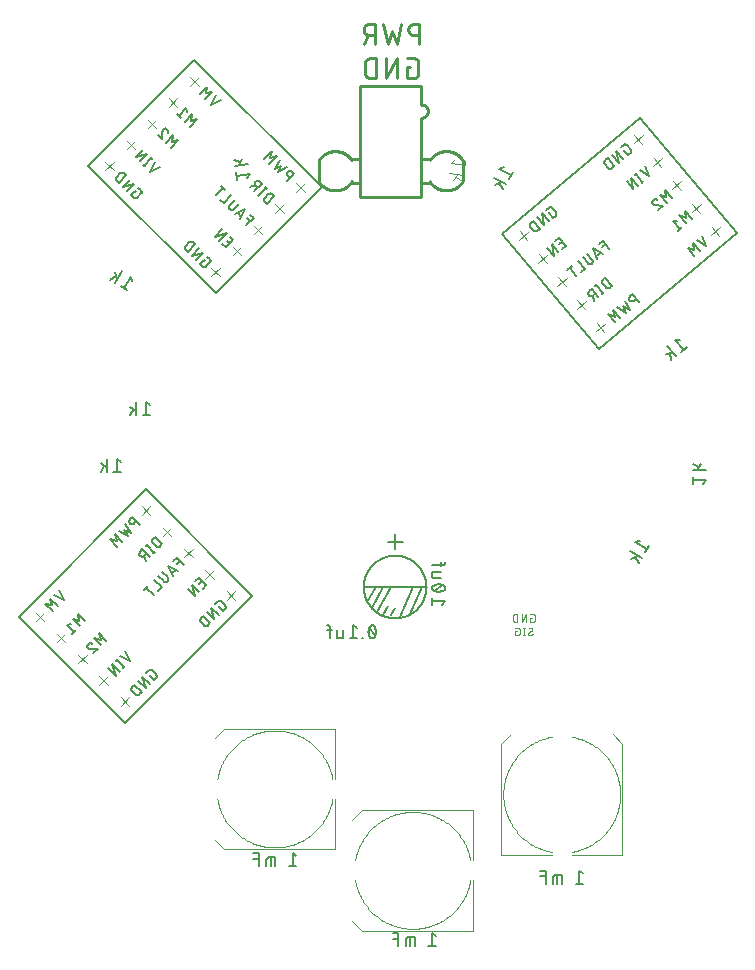
<source format=gbr>
G04 EAGLE Gerber RS-274X export*
G75*
%MOMM*%
%FSLAX34Y34*%
%LPD*%
%INSilkscreen Bottom*%
%IPPOS*%
%AMOC8*
5,1,8,0,0,1.08239X$1,22.5*%
G01*
%ADD10C,0.101600*%
%ADD11C,0.228600*%
%ADD12C,0.254000*%
%ADD13C,0.152400*%
%ADD14C,0.025000*%
%ADD15C,0.127000*%


D10*
X120881Y-161558D02*
X119781Y-161558D01*
X119781Y-165227D01*
X121982Y-165227D01*
X122056Y-165225D01*
X122131Y-165219D01*
X122204Y-165210D01*
X122278Y-165197D01*
X122350Y-165180D01*
X122421Y-165160D01*
X122492Y-165136D01*
X122561Y-165108D01*
X122628Y-165077D01*
X122694Y-165043D01*
X122759Y-165005D01*
X122821Y-164964D01*
X122881Y-164920D01*
X122938Y-164873D01*
X122993Y-164823D01*
X123046Y-164770D01*
X123096Y-164715D01*
X123143Y-164658D01*
X123187Y-164598D01*
X123228Y-164536D01*
X123266Y-164471D01*
X123300Y-164405D01*
X123331Y-164338D01*
X123359Y-164269D01*
X123383Y-164198D01*
X123403Y-164127D01*
X123420Y-164055D01*
X123433Y-163981D01*
X123442Y-163908D01*
X123448Y-163833D01*
X123450Y-163759D01*
X123450Y-160091D01*
X123448Y-160017D01*
X123442Y-159942D01*
X123433Y-159869D01*
X123420Y-159796D01*
X123403Y-159723D01*
X123383Y-159652D01*
X123359Y-159581D01*
X123331Y-159512D01*
X123300Y-159445D01*
X123266Y-159379D01*
X123228Y-159314D01*
X123187Y-159252D01*
X123143Y-159192D01*
X123096Y-159135D01*
X123046Y-159080D01*
X122993Y-159027D01*
X122938Y-158977D01*
X122881Y-158930D01*
X122821Y-158886D01*
X122759Y-158845D01*
X122694Y-158807D01*
X122629Y-158773D01*
X122561Y-158742D01*
X122492Y-158714D01*
X122422Y-158690D01*
X122350Y-158670D01*
X122278Y-158653D01*
X122204Y-158640D01*
X122131Y-158631D01*
X122056Y-158625D01*
X121982Y-158623D01*
X119781Y-158623D01*
X116134Y-158623D02*
X116134Y-165227D01*
X112466Y-165227D02*
X116134Y-158623D01*
X112466Y-158623D02*
X112466Y-165227D01*
X108819Y-165227D02*
X108819Y-158623D01*
X106985Y-158623D01*
X106900Y-158625D01*
X106816Y-158631D01*
X106732Y-158641D01*
X106648Y-158654D01*
X106565Y-158672D01*
X106483Y-158693D01*
X106402Y-158718D01*
X106322Y-158747D01*
X106244Y-158779D01*
X106168Y-158815D01*
X106093Y-158855D01*
X106020Y-158898D01*
X105949Y-158944D01*
X105880Y-158993D01*
X105813Y-159046D01*
X105749Y-159102D01*
X105688Y-159160D01*
X105630Y-159221D01*
X105574Y-159285D01*
X105521Y-159352D01*
X105472Y-159421D01*
X105426Y-159492D01*
X105383Y-159565D01*
X105343Y-159640D01*
X105307Y-159716D01*
X105275Y-159795D01*
X105246Y-159874D01*
X105221Y-159955D01*
X105200Y-160037D01*
X105182Y-160120D01*
X105169Y-160204D01*
X105159Y-160288D01*
X105153Y-160372D01*
X105151Y-160457D01*
X105150Y-160457D02*
X105150Y-163393D01*
X105151Y-163393D02*
X105153Y-163478D01*
X105159Y-163562D01*
X105169Y-163646D01*
X105182Y-163730D01*
X105200Y-163813D01*
X105221Y-163895D01*
X105246Y-163976D01*
X105275Y-164056D01*
X105307Y-164134D01*
X105343Y-164210D01*
X105383Y-164285D01*
X105426Y-164358D01*
X105472Y-164429D01*
X105521Y-164498D01*
X105574Y-164565D01*
X105630Y-164629D01*
X105688Y-164690D01*
X105749Y-164748D01*
X105813Y-164804D01*
X105880Y-164857D01*
X105949Y-164906D01*
X106020Y-164952D01*
X106093Y-164995D01*
X106168Y-165035D01*
X106244Y-165071D01*
X106322Y-165103D01*
X106402Y-165132D01*
X106483Y-165157D01*
X106565Y-165178D01*
X106648Y-165196D01*
X106732Y-165209D01*
X106816Y-165219D01*
X106900Y-165225D01*
X106985Y-165227D01*
X108819Y-165227D01*
X117951Y-175189D02*
X117953Y-175263D01*
X117959Y-175338D01*
X117968Y-175411D01*
X117981Y-175485D01*
X117998Y-175557D01*
X118018Y-175628D01*
X118042Y-175699D01*
X118070Y-175768D01*
X118101Y-175836D01*
X118135Y-175901D01*
X118173Y-175966D01*
X118214Y-176028D01*
X118258Y-176088D01*
X118305Y-176145D01*
X118355Y-176200D01*
X118408Y-176253D01*
X118463Y-176303D01*
X118520Y-176350D01*
X118580Y-176394D01*
X118642Y-176435D01*
X118707Y-176473D01*
X118773Y-176507D01*
X118840Y-176538D01*
X118909Y-176566D01*
X118980Y-176590D01*
X119051Y-176610D01*
X119124Y-176627D01*
X119197Y-176640D01*
X119271Y-176649D01*
X119345Y-176655D01*
X119419Y-176657D01*
X119530Y-176655D01*
X119641Y-176649D01*
X119752Y-176639D01*
X119863Y-176625D01*
X119972Y-176607D01*
X120081Y-176585D01*
X120190Y-176560D01*
X120297Y-176530D01*
X120403Y-176497D01*
X120508Y-176459D01*
X120611Y-176419D01*
X120713Y-176374D01*
X120813Y-176326D01*
X120912Y-176274D01*
X121008Y-176219D01*
X121103Y-176160D01*
X121195Y-176098D01*
X121285Y-176032D01*
X121373Y-175964D01*
X121458Y-175892D01*
X121540Y-175817D01*
X121620Y-175740D01*
X121438Y-171521D02*
X121436Y-171447D01*
X121430Y-171372D01*
X121421Y-171299D01*
X121408Y-171225D01*
X121391Y-171153D01*
X121371Y-171082D01*
X121347Y-171011D01*
X121319Y-170942D01*
X121288Y-170875D01*
X121254Y-170809D01*
X121216Y-170744D01*
X121175Y-170682D01*
X121131Y-170622D01*
X121084Y-170565D01*
X121034Y-170510D01*
X120981Y-170457D01*
X120926Y-170407D01*
X120869Y-170360D01*
X120809Y-170316D01*
X120747Y-170275D01*
X120682Y-170237D01*
X120616Y-170203D01*
X120549Y-170172D01*
X120480Y-170144D01*
X120409Y-170120D01*
X120338Y-170100D01*
X120266Y-170083D01*
X120192Y-170070D01*
X120119Y-170061D01*
X120044Y-170055D01*
X119970Y-170053D01*
X119866Y-170055D01*
X119762Y-170061D01*
X119658Y-170071D01*
X119555Y-170084D01*
X119452Y-170102D01*
X119350Y-170124D01*
X119249Y-170149D01*
X119149Y-170178D01*
X119050Y-170211D01*
X118953Y-170248D01*
X118857Y-170288D01*
X118762Y-170332D01*
X118670Y-170380D01*
X118579Y-170430D01*
X118490Y-170485D01*
X118403Y-170543D01*
X118319Y-170603D01*
X120704Y-172806D02*
X120767Y-172767D01*
X120827Y-172725D01*
X120886Y-172680D01*
X120942Y-172632D01*
X120995Y-172581D01*
X121046Y-172528D01*
X121095Y-172473D01*
X121140Y-172415D01*
X121183Y-172355D01*
X121223Y-172293D01*
X121259Y-172229D01*
X121293Y-172163D01*
X121323Y-172095D01*
X121350Y-172027D01*
X121373Y-171957D01*
X121393Y-171886D01*
X121409Y-171814D01*
X121422Y-171741D01*
X121431Y-171668D01*
X121436Y-171595D01*
X121438Y-171521D01*
X118685Y-173904D02*
X118622Y-173943D01*
X118562Y-173985D01*
X118504Y-174030D01*
X118447Y-174078D01*
X118394Y-174129D01*
X118343Y-174182D01*
X118294Y-174237D01*
X118249Y-174295D01*
X118206Y-174355D01*
X118166Y-174417D01*
X118130Y-174481D01*
X118096Y-174547D01*
X118066Y-174615D01*
X118039Y-174683D01*
X118016Y-174753D01*
X117996Y-174824D01*
X117980Y-174896D01*
X117967Y-174969D01*
X117958Y-175042D01*
X117953Y-175115D01*
X117951Y-175189D01*
X118686Y-173905D02*
X120704Y-172805D01*
X114529Y-170053D02*
X114529Y-176657D01*
X115262Y-176657D02*
X113795Y-176657D01*
X113795Y-170053D02*
X115262Y-170053D01*
X108080Y-172988D02*
X106979Y-172988D01*
X106979Y-176657D01*
X109181Y-176657D01*
X109255Y-176655D01*
X109330Y-176649D01*
X109403Y-176640D01*
X109477Y-176627D01*
X109549Y-176610D01*
X109620Y-176590D01*
X109691Y-176566D01*
X109760Y-176538D01*
X109827Y-176507D01*
X109893Y-176473D01*
X109958Y-176435D01*
X110020Y-176394D01*
X110080Y-176350D01*
X110137Y-176303D01*
X110192Y-176253D01*
X110245Y-176200D01*
X110295Y-176145D01*
X110342Y-176088D01*
X110386Y-176028D01*
X110427Y-175966D01*
X110465Y-175901D01*
X110499Y-175835D01*
X110530Y-175768D01*
X110558Y-175699D01*
X110582Y-175628D01*
X110602Y-175557D01*
X110619Y-175485D01*
X110632Y-175411D01*
X110641Y-175338D01*
X110647Y-175263D01*
X110649Y-175189D01*
X110648Y-175189D02*
X110648Y-171521D01*
X110646Y-171447D01*
X110640Y-171372D01*
X110631Y-171299D01*
X110618Y-171226D01*
X110601Y-171153D01*
X110581Y-171082D01*
X110557Y-171011D01*
X110529Y-170942D01*
X110498Y-170875D01*
X110464Y-170809D01*
X110426Y-170744D01*
X110385Y-170682D01*
X110341Y-170622D01*
X110294Y-170565D01*
X110244Y-170510D01*
X110191Y-170457D01*
X110136Y-170407D01*
X110079Y-170360D01*
X110019Y-170316D01*
X109957Y-170275D01*
X109892Y-170237D01*
X109827Y-170203D01*
X109759Y-170172D01*
X109690Y-170144D01*
X109620Y-170120D01*
X109548Y-170100D01*
X109476Y-170083D01*
X109402Y-170070D01*
X109329Y-170061D01*
X109254Y-170055D01*
X109180Y-170053D01*
X109181Y-170053D02*
X106979Y-170053D01*
D11*
X25859Y324041D02*
X25859Y341059D01*
X21132Y341059D01*
X21132Y341058D02*
X20996Y341056D01*
X20860Y341050D01*
X20724Y341040D01*
X20588Y341027D01*
X20453Y341009D01*
X20319Y340987D01*
X20185Y340962D01*
X20052Y340933D01*
X19920Y340900D01*
X19788Y340863D01*
X19658Y340822D01*
X19530Y340778D01*
X19402Y340730D01*
X19276Y340678D01*
X19151Y340623D01*
X19029Y340564D01*
X18907Y340502D01*
X18788Y340436D01*
X18671Y340367D01*
X18556Y340294D01*
X18442Y340218D01*
X18332Y340139D01*
X18223Y340057D01*
X18117Y339971D01*
X18013Y339883D01*
X17912Y339792D01*
X17814Y339697D01*
X17718Y339600D01*
X17625Y339501D01*
X17535Y339398D01*
X17448Y339293D01*
X17365Y339186D01*
X17284Y339076D01*
X17206Y338964D01*
X17132Y338850D01*
X17061Y338734D01*
X16994Y338615D01*
X16930Y338495D01*
X16869Y338373D01*
X16812Y338249D01*
X16758Y338124D01*
X16708Y337997D01*
X16662Y337869D01*
X16620Y337740D01*
X16581Y337609D01*
X16546Y337478D01*
X16515Y337345D01*
X16488Y337211D01*
X16464Y337077D01*
X16445Y336942D01*
X16429Y336807D01*
X16417Y336671D01*
X16409Y336535D01*
X16405Y336399D01*
X16405Y336263D01*
X16409Y336127D01*
X16417Y335991D01*
X16429Y335855D01*
X16445Y335720D01*
X16464Y335585D01*
X16488Y335451D01*
X16515Y335317D01*
X16546Y335184D01*
X16581Y335053D01*
X16620Y334922D01*
X16662Y334793D01*
X16708Y334665D01*
X16758Y334538D01*
X16812Y334413D01*
X16869Y334289D01*
X16930Y334167D01*
X16994Y334047D01*
X17061Y333928D01*
X17132Y333812D01*
X17206Y333698D01*
X17284Y333586D01*
X17365Y333476D01*
X17448Y333369D01*
X17535Y333264D01*
X17625Y333161D01*
X17718Y333062D01*
X17814Y332965D01*
X17912Y332870D01*
X18013Y332779D01*
X18117Y332691D01*
X18223Y332605D01*
X18332Y332523D01*
X18442Y332444D01*
X18556Y332368D01*
X18671Y332295D01*
X18788Y332226D01*
X18907Y332160D01*
X19029Y332098D01*
X19151Y332039D01*
X19276Y331984D01*
X19402Y331932D01*
X19530Y331884D01*
X19658Y331840D01*
X19788Y331799D01*
X19920Y331762D01*
X20052Y331729D01*
X20185Y331700D01*
X20319Y331675D01*
X20453Y331653D01*
X20588Y331635D01*
X20724Y331622D01*
X20860Y331612D01*
X20996Y331606D01*
X21132Y331604D01*
X25859Y331604D01*
X10532Y341059D02*
X6750Y324041D01*
X2969Y335386D01*
X-813Y324041D01*
X-4595Y341059D01*
X-11960Y341059D02*
X-11960Y324041D01*
X-11960Y341059D02*
X-16687Y341059D01*
X-16687Y341058D02*
X-16823Y341056D01*
X-16959Y341050D01*
X-17095Y341040D01*
X-17231Y341027D01*
X-17366Y341009D01*
X-17500Y340987D01*
X-17634Y340962D01*
X-17767Y340933D01*
X-17899Y340900D01*
X-18031Y340863D01*
X-18161Y340822D01*
X-18289Y340778D01*
X-18417Y340730D01*
X-18543Y340678D01*
X-18668Y340623D01*
X-18790Y340564D01*
X-18912Y340502D01*
X-19031Y340436D01*
X-19148Y340367D01*
X-19263Y340294D01*
X-19377Y340218D01*
X-19487Y340139D01*
X-19596Y340057D01*
X-19702Y339971D01*
X-19806Y339883D01*
X-19907Y339792D01*
X-20005Y339697D01*
X-20101Y339600D01*
X-20194Y339501D01*
X-20284Y339398D01*
X-20371Y339293D01*
X-20454Y339186D01*
X-20535Y339076D01*
X-20613Y338964D01*
X-20687Y338850D01*
X-20758Y338734D01*
X-20825Y338615D01*
X-20889Y338495D01*
X-20950Y338373D01*
X-21007Y338249D01*
X-21061Y338124D01*
X-21111Y337997D01*
X-21157Y337869D01*
X-21199Y337740D01*
X-21238Y337609D01*
X-21273Y337478D01*
X-21304Y337345D01*
X-21331Y337211D01*
X-21355Y337077D01*
X-21374Y336942D01*
X-21390Y336807D01*
X-21402Y336671D01*
X-21410Y336535D01*
X-21414Y336399D01*
X-21414Y336263D01*
X-21410Y336127D01*
X-21402Y335991D01*
X-21390Y335855D01*
X-21374Y335720D01*
X-21355Y335585D01*
X-21331Y335451D01*
X-21304Y335317D01*
X-21273Y335184D01*
X-21238Y335053D01*
X-21199Y334922D01*
X-21157Y334793D01*
X-21111Y334665D01*
X-21061Y334538D01*
X-21007Y334413D01*
X-20950Y334289D01*
X-20889Y334167D01*
X-20825Y334047D01*
X-20758Y333928D01*
X-20687Y333812D01*
X-20613Y333698D01*
X-20535Y333586D01*
X-20454Y333476D01*
X-20371Y333369D01*
X-20284Y333264D01*
X-20194Y333161D01*
X-20101Y333062D01*
X-20005Y332965D01*
X-19907Y332870D01*
X-19806Y332779D01*
X-19702Y332691D01*
X-19596Y332605D01*
X-19487Y332523D01*
X-19377Y332444D01*
X-19263Y332368D01*
X-19148Y332295D01*
X-19031Y332226D01*
X-18912Y332160D01*
X-18790Y332098D01*
X-18668Y332039D01*
X-18543Y331984D01*
X-18417Y331932D01*
X-18289Y331884D01*
X-18161Y331840D01*
X-18031Y331799D01*
X-17899Y331762D01*
X-17767Y331729D01*
X-17634Y331700D01*
X-17500Y331675D01*
X-17366Y331653D01*
X-17231Y331635D01*
X-17095Y331622D01*
X-16959Y331612D01*
X-16823Y331606D01*
X-16687Y331604D01*
X-11960Y331604D01*
X-17633Y331604D02*
X-21414Y324041D01*
X15362Y304539D02*
X18199Y304539D01*
X15362Y304539D02*
X15362Y295085D01*
X21035Y295085D01*
X21035Y295084D02*
X21156Y295086D01*
X21277Y295092D01*
X21398Y295101D01*
X21519Y295115D01*
X21639Y295132D01*
X21758Y295154D01*
X21877Y295179D01*
X21994Y295208D01*
X22111Y295240D01*
X22227Y295277D01*
X22341Y295317D01*
X22454Y295360D01*
X22566Y295408D01*
X22676Y295459D01*
X22784Y295513D01*
X22891Y295571D01*
X22996Y295632D01*
X23098Y295696D01*
X23199Y295764D01*
X23297Y295835D01*
X23393Y295909D01*
X23487Y295986D01*
X23578Y296066D01*
X23666Y296149D01*
X23752Y296235D01*
X23835Y296323D01*
X23915Y296414D01*
X23992Y296508D01*
X24066Y296604D01*
X24137Y296702D01*
X24205Y296803D01*
X24269Y296905D01*
X24330Y297010D01*
X24388Y297117D01*
X24442Y297225D01*
X24493Y297335D01*
X24541Y297447D01*
X24584Y297560D01*
X24624Y297674D01*
X24661Y297790D01*
X24693Y297907D01*
X24722Y298024D01*
X24747Y298143D01*
X24769Y298262D01*
X24786Y298382D01*
X24800Y298503D01*
X24809Y298624D01*
X24815Y298745D01*
X24817Y298866D01*
X24817Y308321D01*
X24815Y308442D01*
X24809Y308563D01*
X24800Y308684D01*
X24786Y308805D01*
X24769Y308925D01*
X24747Y309044D01*
X24722Y309163D01*
X24693Y309280D01*
X24661Y309397D01*
X24624Y309513D01*
X24584Y309627D01*
X24541Y309740D01*
X24493Y309852D01*
X24442Y309962D01*
X24388Y310070D01*
X24330Y310177D01*
X24269Y310282D01*
X24205Y310384D01*
X24137Y310485D01*
X24066Y310583D01*
X23992Y310679D01*
X23915Y310773D01*
X23835Y310864D01*
X23752Y310952D01*
X23666Y311038D01*
X23578Y311121D01*
X23487Y311201D01*
X23393Y311278D01*
X23297Y311352D01*
X23199Y311423D01*
X23098Y311491D01*
X22996Y311555D01*
X22891Y311616D01*
X22784Y311674D01*
X22676Y311728D01*
X22566Y311779D01*
X22454Y311827D01*
X22341Y311870D01*
X22227Y311910D01*
X22111Y311947D01*
X21994Y311979D01*
X21877Y312008D01*
X21758Y312033D01*
X21639Y312055D01*
X21519Y312072D01*
X21398Y312086D01*
X21277Y312095D01*
X21156Y312101D01*
X21035Y312103D01*
X15362Y312103D01*
X6950Y312103D02*
X6950Y295085D01*
X-2505Y295085D02*
X6950Y312103D01*
X-2505Y312103D02*
X-2505Y295085D01*
X-10917Y295085D02*
X-10917Y312103D01*
X-15645Y312103D01*
X-15645Y312102D02*
X-15780Y312100D01*
X-15915Y312094D01*
X-16050Y312085D01*
X-16184Y312071D01*
X-16318Y312054D01*
X-16451Y312033D01*
X-16584Y312008D01*
X-16716Y311979D01*
X-16847Y311947D01*
X-16977Y311911D01*
X-17106Y311871D01*
X-17234Y311827D01*
X-17360Y311780D01*
X-17485Y311729D01*
X-17609Y311675D01*
X-17731Y311617D01*
X-17851Y311556D01*
X-17969Y311491D01*
X-18086Y311423D01*
X-18201Y311352D01*
X-18313Y311277D01*
X-18423Y311199D01*
X-18532Y311118D01*
X-18637Y311034D01*
X-18741Y310947D01*
X-18841Y310858D01*
X-18939Y310765D01*
X-19035Y310669D01*
X-19128Y310571D01*
X-19217Y310471D01*
X-19304Y310367D01*
X-19388Y310262D01*
X-19469Y310153D01*
X-19547Y310043D01*
X-19622Y309931D01*
X-19693Y309816D01*
X-19761Y309699D01*
X-19826Y309581D01*
X-19887Y309461D01*
X-19945Y309339D01*
X-19999Y309215D01*
X-20050Y309090D01*
X-20097Y308963D01*
X-20141Y308836D01*
X-20181Y308707D01*
X-20217Y308577D01*
X-20249Y308446D01*
X-20278Y308314D01*
X-20303Y308181D01*
X-20324Y308048D01*
X-20341Y307914D01*
X-20355Y307779D01*
X-20364Y307645D01*
X-20370Y307510D01*
X-20372Y307375D01*
X-20372Y299812D01*
X-20370Y299677D01*
X-20364Y299542D01*
X-20355Y299407D01*
X-20341Y299273D01*
X-20324Y299139D01*
X-20303Y299006D01*
X-20278Y298873D01*
X-20249Y298741D01*
X-20217Y298610D01*
X-20181Y298480D01*
X-20141Y298351D01*
X-20097Y298224D01*
X-20050Y298097D01*
X-19999Y297972D01*
X-19945Y297848D01*
X-19887Y297726D01*
X-19826Y297606D01*
X-19761Y297488D01*
X-19693Y297371D01*
X-19622Y297256D01*
X-19547Y297144D01*
X-19469Y297034D01*
X-19388Y296925D01*
X-19304Y296820D01*
X-19217Y296716D01*
X-19128Y296616D01*
X-19035Y296518D01*
X-18939Y296422D01*
X-18841Y296329D01*
X-18741Y296240D01*
X-18637Y296153D01*
X-18532Y296069D01*
X-18423Y295988D01*
X-18313Y295910D01*
X-18201Y295835D01*
X-18086Y295764D01*
X-17969Y295696D01*
X-17851Y295631D01*
X-17731Y295570D01*
X-17609Y295512D01*
X-17485Y295458D01*
X-17360Y295407D01*
X-17234Y295360D01*
X-17106Y295316D01*
X-16977Y295276D01*
X-16847Y295240D01*
X-16716Y295208D01*
X-16584Y295179D01*
X-16451Y295154D01*
X-16318Y295133D01*
X-16184Y295116D01*
X-16050Y295102D01*
X-15915Y295093D01*
X-15780Y295087D01*
X-15645Y295085D01*
X-10917Y295085D01*
D12*
X-24513Y194746D02*
X27488Y194746D01*
X27488Y261746D01*
X27488Y272746D02*
X27488Y288746D01*
X-24513Y288746D01*
X-24513Y194746D01*
X-31513Y207746D02*
X-31737Y207408D01*
X-31969Y207075D01*
X-32208Y206747D01*
X-32456Y206426D01*
X-32711Y206111D01*
X-32974Y205802D01*
X-33245Y205500D01*
X-33523Y205204D01*
X-33808Y204915D01*
X-34099Y204633D01*
X-34398Y204359D01*
X-34703Y204091D01*
X-35015Y203832D01*
X-35333Y203580D01*
X-35657Y203335D01*
X-35987Y203099D01*
X-36322Y202871D01*
X-36663Y202651D01*
X-37009Y202440D01*
X-37360Y202237D01*
X-37717Y202042D01*
X-38077Y201856D01*
X-38442Y201680D01*
X-38812Y201512D01*
X-39185Y201353D01*
X-39562Y201203D01*
X-39943Y201063D01*
X-40327Y200932D01*
X-40714Y200810D01*
X-41104Y200698D01*
X-41496Y200595D01*
X-41891Y200502D01*
X-42288Y200418D01*
X-42687Y200345D01*
X-43087Y200281D01*
X-43489Y200226D01*
X-43893Y200182D01*
X-44297Y200147D01*
X-44702Y200123D01*
X-45107Y200108D01*
X-45513Y200103D01*
X-45919Y200108D01*
X-46324Y200123D01*
X-46729Y200147D01*
X-47133Y200182D01*
X-47537Y200226D01*
X-47939Y200281D01*
X-48339Y200345D01*
X-48738Y200418D01*
X-49135Y200502D01*
X-49530Y200595D01*
X-49922Y200698D01*
X-50312Y200810D01*
X-50699Y200932D01*
X-51083Y201063D01*
X-51464Y201203D01*
X-51841Y201353D01*
X-52214Y201512D01*
X-52584Y201680D01*
X-52949Y201856D01*
X-53309Y202042D01*
X-53666Y202237D01*
X-54017Y202440D01*
X-54363Y202651D01*
X-54704Y202871D01*
X-55039Y203099D01*
X-55369Y203335D01*
X-55693Y203580D01*
X-56011Y203832D01*
X-56323Y204091D01*
X-56628Y204359D01*
X-56927Y204633D01*
X-57218Y204915D01*
X-57503Y205204D01*
X-57781Y205500D01*
X-58052Y205802D01*
X-58315Y206111D01*
X-58570Y206426D01*
X-58818Y206747D01*
X-59057Y207075D01*
X-59289Y207408D01*
X-59513Y207746D01*
X-59513Y225746D02*
X-59289Y226084D01*
X-59057Y226417D01*
X-58818Y226745D01*
X-58570Y227066D01*
X-58315Y227381D01*
X-58052Y227690D01*
X-57781Y227992D01*
X-57503Y228288D01*
X-57218Y228577D01*
X-56927Y228859D01*
X-56628Y229133D01*
X-56323Y229401D01*
X-56011Y229660D01*
X-55693Y229912D01*
X-55369Y230157D01*
X-55039Y230393D01*
X-54704Y230621D01*
X-54363Y230841D01*
X-54017Y231052D01*
X-53666Y231255D01*
X-53309Y231450D01*
X-52949Y231636D01*
X-52584Y231812D01*
X-52214Y231980D01*
X-51841Y232139D01*
X-51464Y232289D01*
X-51083Y232429D01*
X-50699Y232560D01*
X-50312Y232682D01*
X-49922Y232794D01*
X-49530Y232897D01*
X-49135Y232990D01*
X-48738Y233074D01*
X-48339Y233147D01*
X-47939Y233211D01*
X-47537Y233266D01*
X-47133Y233310D01*
X-46729Y233345D01*
X-46324Y233369D01*
X-45919Y233384D01*
X-45513Y233389D01*
X-45107Y233384D01*
X-44702Y233369D01*
X-44297Y233345D01*
X-43893Y233310D01*
X-43489Y233266D01*
X-43087Y233211D01*
X-42687Y233147D01*
X-42288Y233074D01*
X-41891Y232990D01*
X-41496Y232897D01*
X-41104Y232794D01*
X-40714Y232682D01*
X-40327Y232560D01*
X-39943Y232429D01*
X-39562Y232289D01*
X-39185Y232139D01*
X-38812Y231980D01*
X-38442Y231812D01*
X-38077Y231636D01*
X-37717Y231450D01*
X-37360Y231255D01*
X-37009Y231052D01*
X-36663Y230841D01*
X-36322Y230621D01*
X-35987Y230393D01*
X-35657Y230157D01*
X-35333Y229912D01*
X-35015Y229660D01*
X-34703Y229401D01*
X-34398Y229133D01*
X-34099Y228859D01*
X-33808Y228577D01*
X-33523Y228288D01*
X-33245Y227992D01*
X-32974Y227690D01*
X-32711Y227381D01*
X-32456Y227066D01*
X-32208Y226745D01*
X-31969Y226417D01*
X-31737Y226084D01*
X-31513Y225746D01*
X-59513Y225746D02*
X-59513Y207746D01*
X-32513Y206746D02*
X-25513Y206746D01*
X-25513Y226746D02*
X-32513Y226746D01*
X34488Y225746D02*
X34712Y226084D01*
X34944Y226417D01*
X35183Y226745D01*
X35431Y227066D01*
X35686Y227381D01*
X35949Y227690D01*
X36220Y227992D01*
X36498Y228288D01*
X36783Y228577D01*
X37074Y228859D01*
X37373Y229133D01*
X37678Y229401D01*
X37990Y229660D01*
X38308Y229912D01*
X38632Y230157D01*
X38962Y230393D01*
X39297Y230621D01*
X39638Y230841D01*
X39984Y231052D01*
X40335Y231255D01*
X40692Y231450D01*
X41052Y231636D01*
X41417Y231812D01*
X41787Y231980D01*
X42160Y232139D01*
X42537Y232289D01*
X42918Y232429D01*
X43302Y232560D01*
X43689Y232682D01*
X44079Y232794D01*
X44471Y232897D01*
X44866Y232990D01*
X45263Y233074D01*
X45662Y233147D01*
X46062Y233211D01*
X46464Y233266D01*
X46868Y233310D01*
X47272Y233345D01*
X47677Y233369D01*
X48082Y233384D01*
X48488Y233389D01*
X48894Y233384D01*
X49299Y233369D01*
X49704Y233345D01*
X50108Y233310D01*
X50512Y233266D01*
X50914Y233211D01*
X51314Y233147D01*
X51713Y233074D01*
X52110Y232990D01*
X52505Y232897D01*
X52897Y232794D01*
X53287Y232682D01*
X53674Y232560D01*
X54058Y232429D01*
X54439Y232289D01*
X54816Y232139D01*
X55189Y231980D01*
X55559Y231812D01*
X55924Y231636D01*
X56284Y231450D01*
X56641Y231255D01*
X56992Y231052D01*
X57338Y230841D01*
X57679Y230621D01*
X58014Y230393D01*
X58344Y230157D01*
X58668Y229912D01*
X58986Y229660D01*
X59298Y229401D01*
X59603Y229133D01*
X59902Y228859D01*
X60193Y228577D01*
X60478Y228288D01*
X60756Y227992D01*
X61027Y227690D01*
X61290Y227381D01*
X61545Y227066D01*
X61793Y226745D01*
X62032Y226417D01*
X62264Y226084D01*
X62488Y225746D01*
X62488Y207746D02*
X62264Y207408D01*
X62032Y207075D01*
X61793Y206747D01*
X61545Y206426D01*
X61290Y206111D01*
X61027Y205802D01*
X60756Y205500D01*
X60478Y205204D01*
X60193Y204915D01*
X59902Y204633D01*
X59603Y204359D01*
X59298Y204091D01*
X58986Y203832D01*
X58668Y203580D01*
X58344Y203335D01*
X58014Y203099D01*
X57679Y202871D01*
X57338Y202651D01*
X56992Y202440D01*
X56641Y202237D01*
X56284Y202042D01*
X55924Y201856D01*
X55559Y201680D01*
X55189Y201512D01*
X54816Y201353D01*
X54439Y201203D01*
X54058Y201063D01*
X53674Y200932D01*
X53287Y200810D01*
X52897Y200698D01*
X52505Y200595D01*
X52110Y200502D01*
X51713Y200418D01*
X51314Y200345D01*
X50914Y200281D01*
X50512Y200226D01*
X50108Y200182D01*
X49704Y200147D01*
X49299Y200123D01*
X48894Y200108D01*
X48488Y200103D01*
X48082Y200108D01*
X47677Y200123D01*
X47272Y200147D01*
X46868Y200182D01*
X46464Y200226D01*
X46062Y200281D01*
X45662Y200345D01*
X45263Y200418D01*
X44866Y200502D01*
X44471Y200595D01*
X44079Y200698D01*
X43689Y200810D01*
X43302Y200932D01*
X42918Y201063D01*
X42537Y201203D01*
X42160Y201353D01*
X41787Y201512D01*
X41417Y201680D01*
X41052Y201856D01*
X40692Y202042D01*
X40335Y202237D01*
X39984Y202440D01*
X39638Y202651D01*
X39297Y202871D01*
X38962Y203099D01*
X38632Y203335D01*
X38308Y203580D01*
X37990Y203832D01*
X37678Y204091D01*
X37373Y204359D01*
X37074Y204633D01*
X36783Y204915D01*
X36498Y205204D01*
X36220Y205500D01*
X35949Y205802D01*
X35686Y206111D01*
X35431Y206426D01*
X35183Y206747D01*
X34944Y207075D01*
X34712Y207408D01*
X34488Y207746D01*
X62488Y207746D02*
X62488Y225746D01*
X35488Y226746D02*
X28488Y226746D01*
X28488Y206746D02*
X35488Y206746D01*
X27488Y261746D02*
X27636Y261748D01*
X27783Y261754D01*
X27931Y261764D01*
X28078Y261778D01*
X28224Y261795D01*
X28370Y261817D01*
X28516Y261843D01*
X28660Y261872D01*
X28804Y261906D01*
X28947Y261943D01*
X29089Y261984D01*
X29230Y262029D01*
X29369Y262078D01*
X29507Y262130D01*
X29644Y262186D01*
X29779Y262246D01*
X29912Y262309D01*
X30044Y262376D01*
X30174Y262446D01*
X30302Y262520D01*
X30428Y262597D01*
X30551Y262678D01*
X30673Y262762D01*
X30792Y262849D01*
X30909Y262939D01*
X31023Y263033D01*
X31135Y263129D01*
X31244Y263229D01*
X31351Y263331D01*
X31455Y263436D01*
X31555Y263544D01*
X31653Y263654D01*
X31748Y263768D01*
X31840Y263883D01*
X31929Y264001D01*
X32014Y264122D01*
X32097Y264244D01*
X32176Y264369D01*
X32251Y264496D01*
X32323Y264625D01*
X32392Y264756D01*
X32457Y264888D01*
X32518Y265022D01*
X32576Y265158D01*
X32631Y265296D01*
X32681Y265434D01*
X32728Y265575D01*
X32771Y265716D01*
X32810Y265858D01*
X32845Y266002D01*
X32877Y266146D01*
X32904Y266291D01*
X32928Y266437D01*
X32948Y266583D01*
X32964Y266730D01*
X32976Y266877D01*
X32984Y267025D01*
X32988Y267172D01*
X32988Y267320D01*
X32984Y267467D01*
X32976Y267615D01*
X32964Y267762D01*
X32948Y267909D01*
X32928Y268055D01*
X32904Y268201D01*
X32877Y268346D01*
X32845Y268490D01*
X32810Y268634D01*
X32771Y268776D01*
X32728Y268917D01*
X32681Y269058D01*
X32631Y269196D01*
X32576Y269334D01*
X32518Y269470D01*
X32457Y269604D01*
X32392Y269736D01*
X32323Y269867D01*
X32251Y269996D01*
X32176Y270123D01*
X32097Y270248D01*
X32014Y270370D01*
X31929Y270491D01*
X31840Y270609D01*
X31748Y270724D01*
X31653Y270838D01*
X31555Y270948D01*
X31455Y271056D01*
X31351Y271161D01*
X31244Y271263D01*
X31135Y271363D01*
X31023Y271459D01*
X30909Y271553D01*
X30792Y271643D01*
X30673Y271730D01*
X30551Y271814D01*
X30428Y271895D01*
X30302Y271972D01*
X30174Y272046D01*
X30044Y272116D01*
X29912Y272183D01*
X29779Y272246D01*
X29644Y272306D01*
X29507Y272362D01*
X29369Y272414D01*
X29230Y272463D01*
X29089Y272508D01*
X28947Y272549D01*
X28804Y272586D01*
X28660Y272620D01*
X28516Y272649D01*
X28370Y272675D01*
X28224Y272697D01*
X28078Y272714D01*
X27931Y272728D01*
X27783Y272738D01*
X27636Y272744D01*
X27488Y272746D01*
D13*
X208630Y-97775D02*
X212333Y-96328D01*
X208630Y-97775D02*
X218309Y-103363D01*
X216757Y-106051D02*
X219861Y-100674D01*
X213941Y-110927D02*
X204263Y-105339D01*
X205005Y-111503D02*
X210715Y-109064D01*
X208284Y-110170D02*
X211458Y-115229D01*
X265817Y-48345D02*
X268300Y-45241D01*
X257124Y-45241D01*
X257124Y-48345D02*
X257124Y-42136D01*
X257124Y-36506D02*
X268300Y-36506D01*
X264575Y-31539D02*
X260849Y-36506D01*
X262402Y-34333D02*
X257124Y-31539D01*
X246464Y73815D02*
X242489Y73722D01*
X249673Y65160D01*
X252051Y67156D02*
X247295Y63165D01*
X242982Y59546D02*
X235798Y68107D01*
X234388Y62060D02*
X240587Y62399D01*
X237925Y62192D02*
X239177Y56353D01*
X97127Y219851D02*
X93424Y218404D01*
X103102Y212816D01*
X104654Y215504D02*
X101550Y210127D01*
X98735Y205251D02*
X89056Y210839D01*
X89799Y204675D02*
X95509Y207114D01*
X93078Y206008D02*
X96251Y200950D01*
D14*
X-161059Y288917D02*
X-168243Y296101D01*
X-168243Y288917D02*
X-161059Y296101D01*
X-179019Y270957D02*
X-186203Y278141D01*
X-186203Y270957D02*
X-179019Y278141D01*
X-196980Y252996D02*
X-204164Y260180D01*
X-204164Y252996D02*
X-196980Y260180D01*
X-214940Y235036D02*
X-222124Y242220D01*
X-222124Y235036D02*
X-214940Y242220D01*
X-232901Y217075D02*
X-240085Y224259D01*
X-240085Y217075D02*
X-232901Y224259D01*
X-78440Y206299D02*
X-71256Y199115D01*
X-78440Y199115D02*
X-71256Y206299D01*
X-89217Y181154D02*
X-96401Y188338D01*
X-96401Y181154D02*
X-89217Y188338D01*
X-107177Y163194D02*
X-114361Y170378D01*
X-114361Y163194D02*
X-107177Y170378D01*
X-125138Y145233D02*
X-132322Y152417D01*
X-132322Y145233D02*
X-125138Y152417D01*
X-143098Y127273D02*
X-150282Y134457D01*
X-150282Y127273D02*
X-143098Y134457D01*
D15*
X-86549Y208121D02*
X-80263Y214407D01*
X-82009Y216154D01*
X-82009Y216153D02*
X-82080Y216221D01*
X-82153Y216286D01*
X-82229Y216348D01*
X-82308Y216407D01*
X-82388Y216463D01*
X-82471Y216516D01*
X-82556Y216565D01*
X-82643Y216611D01*
X-82731Y216654D01*
X-82822Y216693D01*
X-82913Y216728D01*
X-83006Y216760D01*
X-83100Y216788D01*
X-83195Y216812D01*
X-83291Y216832D01*
X-83388Y216849D01*
X-83486Y216861D01*
X-83583Y216870D01*
X-83681Y216875D01*
X-83780Y216876D01*
X-83878Y216873D01*
X-83976Y216866D01*
X-84073Y216855D01*
X-84170Y216841D01*
X-84267Y216822D01*
X-84362Y216800D01*
X-84457Y216774D01*
X-84551Y216744D01*
X-84643Y216711D01*
X-84734Y216674D01*
X-84823Y216633D01*
X-84911Y216589D01*
X-84997Y216541D01*
X-85080Y216490D01*
X-85162Y216436D01*
X-85242Y216378D01*
X-85319Y216318D01*
X-85394Y216254D01*
X-85466Y216187D01*
X-85535Y216118D01*
X-85602Y216046D01*
X-85666Y215971D01*
X-85726Y215894D01*
X-85784Y215814D01*
X-85838Y215732D01*
X-85889Y215649D01*
X-85937Y215563D01*
X-85981Y215475D01*
X-86022Y215386D01*
X-86059Y215295D01*
X-86092Y215203D01*
X-86122Y215109D01*
X-86148Y215014D01*
X-86170Y214919D01*
X-86189Y214822D01*
X-86203Y214725D01*
X-86214Y214628D01*
X-86221Y214530D01*
X-86224Y214432D01*
X-86223Y214333D01*
X-86218Y214235D01*
X-86209Y214138D01*
X-86197Y214040D01*
X-86180Y213943D01*
X-86160Y213847D01*
X-86136Y213752D01*
X-86108Y213658D01*
X-86076Y213565D01*
X-86041Y213474D01*
X-86002Y213383D01*
X-85959Y213295D01*
X-85913Y213208D01*
X-85864Y213123D01*
X-85811Y213040D01*
X-85755Y212960D01*
X-85696Y212881D01*
X-85634Y212805D01*
X-85569Y212732D01*
X-85501Y212661D01*
X-83755Y210915D01*
X-86205Y220349D02*
X-93888Y215460D01*
X-91094Y221048D01*
X-96682Y218254D01*
X-91793Y225937D01*
X-94878Y229022D02*
X-101164Y222736D01*
X-100466Y227625D02*
X-94878Y229022D01*
X-100466Y227625D02*
X-99069Y233213D01*
X-105355Y226927D01*
X-96873Y195097D02*
X-103159Y188811D01*
X-96873Y195097D02*
X-98619Y196843D01*
X-98689Y196910D01*
X-98762Y196974D01*
X-98836Y197036D01*
X-98914Y197094D01*
X-98993Y197150D01*
X-99075Y197202D01*
X-99159Y197251D01*
X-99244Y197297D01*
X-99331Y197339D01*
X-99420Y197378D01*
X-99510Y197413D01*
X-99602Y197445D01*
X-99695Y197473D01*
X-99789Y197498D01*
X-99883Y197519D01*
X-99979Y197536D01*
X-100075Y197549D01*
X-100171Y197558D01*
X-100268Y197564D01*
X-100365Y197566D01*
X-100462Y197564D01*
X-100559Y197558D01*
X-100655Y197549D01*
X-100751Y197536D01*
X-100847Y197519D01*
X-100941Y197498D01*
X-101035Y197473D01*
X-101128Y197445D01*
X-101220Y197413D01*
X-101310Y197378D01*
X-101399Y197339D01*
X-101486Y197297D01*
X-101571Y197251D01*
X-101655Y197202D01*
X-101737Y197150D01*
X-101816Y197094D01*
X-101894Y197036D01*
X-101968Y196974D01*
X-102041Y196910D01*
X-102111Y196843D01*
X-102112Y196843D02*
X-104905Y194049D01*
X-104972Y193979D01*
X-105036Y193906D01*
X-105098Y193832D01*
X-105156Y193754D01*
X-105212Y193675D01*
X-105264Y193593D01*
X-105313Y193509D01*
X-105359Y193424D01*
X-105401Y193337D01*
X-105440Y193248D01*
X-105475Y193158D01*
X-105507Y193066D01*
X-105535Y192973D01*
X-105560Y192879D01*
X-105581Y192785D01*
X-105598Y192689D01*
X-105611Y192593D01*
X-105620Y192497D01*
X-105626Y192400D01*
X-105628Y192303D01*
X-105626Y192206D01*
X-105620Y192109D01*
X-105611Y192013D01*
X-105598Y191917D01*
X-105581Y191821D01*
X-105560Y191727D01*
X-105535Y191633D01*
X-105507Y191540D01*
X-105475Y191448D01*
X-105440Y191358D01*
X-105401Y191269D01*
X-105359Y191182D01*
X-105313Y191097D01*
X-105264Y191013D01*
X-105212Y190931D01*
X-105156Y190852D01*
X-105098Y190774D01*
X-105036Y190700D01*
X-104972Y190627D01*
X-104905Y190557D01*
X-103159Y188811D01*
X-110294Y195945D02*
X-104007Y202231D01*
X-109595Y195246D02*
X-110992Y196643D01*
X-104706Y202929D02*
X-103309Y201532D01*
X-107703Y205926D02*
X-113989Y199640D01*
X-107703Y205926D02*
X-109449Y207672D01*
X-109520Y207740D01*
X-109593Y207805D01*
X-109669Y207867D01*
X-109748Y207926D01*
X-109828Y207982D01*
X-109911Y208035D01*
X-109996Y208084D01*
X-110083Y208130D01*
X-110171Y208173D01*
X-110262Y208212D01*
X-110353Y208247D01*
X-110446Y208279D01*
X-110540Y208307D01*
X-110635Y208331D01*
X-110731Y208351D01*
X-110828Y208368D01*
X-110926Y208380D01*
X-111023Y208389D01*
X-111121Y208394D01*
X-111220Y208395D01*
X-111318Y208392D01*
X-111416Y208385D01*
X-111513Y208374D01*
X-111610Y208360D01*
X-111707Y208341D01*
X-111802Y208319D01*
X-111897Y208293D01*
X-111991Y208263D01*
X-112083Y208230D01*
X-112174Y208193D01*
X-112263Y208152D01*
X-112351Y208108D01*
X-112437Y208060D01*
X-112520Y208009D01*
X-112602Y207955D01*
X-112682Y207897D01*
X-112759Y207837D01*
X-112834Y207773D01*
X-112906Y207706D01*
X-112975Y207637D01*
X-113042Y207565D01*
X-113106Y207490D01*
X-113166Y207413D01*
X-113224Y207333D01*
X-113278Y207251D01*
X-113329Y207168D01*
X-113377Y207082D01*
X-113421Y206994D01*
X-113462Y206905D01*
X-113499Y206814D01*
X-113532Y206722D01*
X-113562Y206628D01*
X-113588Y206533D01*
X-113610Y206438D01*
X-113629Y206341D01*
X-113643Y206244D01*
X-113654Y206147D01*
X-113661Y206049D01*
X-113664Y205951D01*
X-113663Y205852D01*
X-113658Y205754D01*
X-113649Y205657D01*
X-113637Y205559D01*
X-113620Y205462D01*
X-113600Y205366D01*
X-113576Y205271D01*
X-113548Y205177D01*
X-113516Y205084D01*
X-113481Y204993D01*
X-113442Y204902D01*
X-113399Y204814D01*
X-113353Y204727D01*
X-113304Y204642D01*
X-113251Y204559D01*
X-113195Y204479D01*
X-113136Y204400D01*
X-113074Y204324D01*
X-113009Y204251D01*
X-112941Y204180D01*
X-111195Y202434D01*
X-113291Y204529D02*
X-117481Y203132D01*
X-114581Y176884D02*
X-120867Y170598D01*
X-114581Y176884D02*
X-117375Y179678D01*
X-120169Y176884D02*
X-117375Y174090D01*
X-125890Y175620D02*
X-121699Y184002D01*
X-130081Y179811D01*
X-127985Y180858D02*
X-124842Y177715D01*
X-131174Y184397D02*
X-126634Y188937D01*
X-131174Y184397D02*
X-131245Y184329D01*
X-131318Y184264D01*
X-131394Y184202D01*
X-131473Y184143D01*
X-131553Y184087D01*
X-131636Y184034D01*
X-131721Y183985D01*
X-131808Y183939D01*
X-131896Y183896D01*
X-131987Y183857D01*
X-132078Y183822D01*
X-132171Y183790D01*
X-132265Y183762D01*
X-132360Y183738D01*
X-132456Y183718D01*
X-132553Y183701D01*
X-132651Y183689D01*
X-132748Y183680D01*
X-132846Y183675D01*
X-132945Y183674D01*
X-133043Y183677D01*
X-133141Y183684D01*
X-133238Y183695D01*
X-133335Y183709D01*
X-133432Y183728D01*
X-133527Y183750D01*
X-133622Y183776D01*
X-133716Y183806D01*
X-133808Y183839D01*
X-133899Y183876D01*
X-133988Y183917D01*
X-134076Y183961D01*
X-134162Y184009D01*
X-134245Y184060D01*
X-134327Y184114D01*
X-134407Y184172D01*
X-134484Y184232D01*
X-134559Y184296D01*
X-134631Y184363D01*
X-134700Y184432D01*
X-134767Y184504D01*
X-134831Y184579D01*
X-134891Y184656D01*
X-134949Y184736D01*
X-135003Y184818D01*
X-135054Y184901D01*
X-135102Y184987D01*
X-135146Y185075D01*
X-135187Y185164D01*
X-135224Y185255D01*
X-135257Y185347D01*
X-135287Y185441D01*
X-135313Y185536D01*
X-135335Y185631D01*
X-135354Y185728D01*
X-135368Y185825D01*
X-135379Y185922D01*
X-135386Y186020D01*
X-135389Y186118D01*
X-135388Y186217D01*
X-135383Y186315D01*
X-135374Y186412D01*
X-135362Y186510D01*
X-135345Y186607D01*
X-135325Y186703D01*
X-135301Y186798D01*
X-135273Y186892D01*
X-135241Y186985D01*
X-135206Y187077D01*
X-135167Y187167D01*
X-135124Y187255D01*
X-135078Y187342D01*
X-135029Y187427D01*
X-134976Y187510D01*
X-134920Y187590D01*
X-134861Y187669D01*
X-134799Y187745D01*
X-134734Y187818D01*
X-134666Y187889D01*
X-134667Y187889D02*
X-130127Y192429D01*
X-133547Y195850D02*
X-139834Y189564D01*
X-142628Y192357D01*
X-146521Y196250D02*
X-140234Y202537D01*
X-138488Y200790D02*
X-141981Y204283D01*
X-140903Y154712D02*
X-138109Y151919D01*
X-131823Y158205D01*
X-134617Y160999D01*
X-136713Y157506D02*
X-134617Y155411D01*
X-137411Y163792D02*
X-143697Y157506D01*
X-147189Y160998D02*
X-137411Y163792D01*
X-140903Y167284D02*
X-147189Y160998D01*
X-156457Y141330D02*
X-155409Y140282D01*
X-156457Y141330D02*
X-159949Y137837D01*
X-157854Y135742D01*
X-157790Y135680D01*
X-157723Y135622D01*
X-157654Y135567D01*
X-157582Y135515D01*
X-157508Y135466D01*
X-157432Y135420D01*
X-157354Y135378D01*
X-157274Y135340D01*
X-157193Y135305D01*
X-157110Y135274D01*
X-157025Y135246D01*
X-156940Y135223D01*
X-156853Y135203D01*
X-156766Y135187D01*
X-156678Y135175D01*
X-156590Y135167D01*
X-156501Y135163D01*
X-156413Y135163D01*
X-156324Y135167D01*
X-156236Y135175D01*
X-156148Y135187D01*
X-156061Y135203D01*
X-155974Y135223D01*
X-155889Y135246D01*
X-155804Y135274D01*
X-155721Y135305D01*
X-155640Y135340D01*
X-155560Y135378D01*
X-155482Y135420D01*
X-155406Y135466D01*
X-155332Y135515D01*
X-155260Y135567D01*
X-155191Y135622D01*
X-155124Y135680D01*
X-155060Y135742D01*
X-151568Y139234D01*
X-151506Y139298D01*
X-151448Y139365D01*
X-151393Y139434D01*
X-151341Y139506D01*
X-151292Y139580D01*
X-151246Y139656D01*
X-151204Y139734D01*
X-151166Y139814D01*
X-151131Y139895D01*
X-151100Y139978D01*
X-151072Y140063D01*
X-151049Y140148D01*
X-151029Y140235D01*
X-151013Y140322D01*
X-151001Y140410D01*
X-150993Y140498D01*
X-150989Y140587D01*
X-150989Y140675D01*
X-150993Y140764D01*
X-151001Y140852D01*
X-151013Y140940D01*
X-151029Y141027D01*
X-151049Y141114D01*
X-151072Y141199D01*
X-151100Y141284D01*
X-151131Y141367D01*
X-151166Y141448D01*
X-151204Y141528D01*
X-151246Y141606D01*
X-151292Y141682D01*
X-151341Y141756D01*
X-151393Y141828D01*
X-151448Y141897D01*
X-151506Y141964D01*
X-151568Y142028D01*
X-153663Y144124D01*
X-157068Y147528D02*
X-163354Y141242D01*
X-166846Y144734D02*
X-157068Y147528D01*
X-160560Y151020D02*
X-166846Y144734D01*
X-170250Y148139D02*
X-163964Y154425D01*
X-165710Y156171D01*
X-165711Y156171D02*
X-165781Y156238D01*
X-165854Y156302D01*
X-165928Y156364D01*
X-166006Y156422D01*
X-166085Y156478D01*
X-166167Y156530D01*
X-166251Y156579D01*
X-166336Y156625D01*
X-166423Y156667D01*
X-166512Y156706D01*
X-166602Y156741D01*
X-166694Y156773D01*
X-166787Y156801D01*
X-166881Y156826D01*
X-166975Y156847D01*
X-167071Y156864D01*
X-167167Y156877D01*
X-167263Y156886D01*
X-167360Y156892D01*
X-167457Y156894D01*
X-167554Y156892D01*
X-167651Y156886D01*
X-167747Y156877D01*
X-167843Y156864D01*
X-167939Y156847D01*
X-168033Y156826D01*
X-168127Y156801D01*
X-168220Y156773D01*
X-168312Y156741D01*
X-168402Y156706D01*
X-168491Y156667D01*
X-168578Y156625D01*
X-168663Y156579D01*
X-168747Y156530D01*
X-168829Y156478D01*
X-168908Y156422D01*
X-168986Y156364D01*
X-169060Y156302D01*
X-169133Y156238D01*
X-169203Y156171D01*
X-171997Y153377D01*
X-171996Y153377D02*
X-172063Y153307D01*
X-172127Y153234D01*
X-172189Y153160D01*
X-172247Y153082D01*
X-172303Y153003D01*
X-172355Y152921D01*
X-172404Y152837D01*
X-172450Y152752D01*
X-172492Y152665D01*
X-172531Y152576D01*
X-172566Y152486D01*
X-172598Y152394D01*
X-172626Y152301D01*
X-172651Y152207D01*
X-172672Y152113D01*
X-172689Y152017D01*
X-172702Y151921D01*
X-172711Y151825D01*
X-172717Y151728D01*
X-172719Y151631D01*
X-172717Y151534D01*
X-172711Y151437D01*
X-172702Y151341D01*
X-172689Y151245D01*
X-172672Y151149D01*
X-172651Y151055D01*
X-172626Y150961D01*
X-172598Y150868D01*
X-172566Y150776D01*
X-172531Y150686D01*
X-172492Y150597D01*
X-172450Y150510D01*
X-172404Y150425D01*
X-172355Y150341D01*
X-172303Y150259D01*
X-172247Y150180D01*
X-172189Y150102D01*
X-172127Y150028D01*
X-172063Y149955D01*
X-171996Y149885D01*
X-171997Y149885D02*
X-170250Y148139D01*
X-150767Y272340D02*
X-142386Y276530D01*
X-146577Y280721D02*
X-150767Y272340D01*
X-155784Y277357D02*
X-149498Y283643D01*
X-155086Y282246D01*
X-153689Y287833D01*
X-159975Y281547D01*
X-162317Y260541D02*
X-168603Y254254D01*
X-167905Y259144D02*
X-162317Y260541D01*
X-167905Y259144D02*
X-166508Y264731D01*
X-172794Y258445D01*
X-171176Y266605D02*
X-171525Y269748D01*
X-177811Y263462D01*
X-176065Y261716D02*
X-179557Y265208D01*
X-178481Y242580D02*
X-184768Y236294D01*
X-184069Y241183D02*
X-178481Y242580D01*
X-184069Y241183D02*
X-182672Y246771D01*
X-188958Y240485D01*
X-187863Y251963D02*
X-187929Y252027D01*
X-187998Y252087D01*
X-188070Y252145D01*
X-188143Y252200D01*
X-188219Y252252D01*
X-188297Y252301D01*
X-188377Y252346D01*
X-188459Y252388D01*
X-188542Y252427D01*
X-188627Y252462D01*
X-188713Y252494D01*
X-188801Y252522D01*
X-188889Y252546D01*
X-188979Y252567D01*
X-189069Y252584D01*
X-189160Y252597D01*
X-189251Y252606D01*
X-189343Y252612D01*
X-189435Y252614D01*
X-189527Y252612D01*
X-189619Y252606D01*
X-189710Y252597D01*
X-189801Y252584D01*
X-189891Y252567D01*
X-189981Y252546D01*
X-190069Y252522D01*
X-190157Y252494D01*
X-190243Y252462D01*
X-190328Y252427D01*
X-190411Y252388D01*
X-190493Y252346D01*
X-190573Y252301D01*
X-190651Y252252D01*
X-190727Y252200D01*
X-190800Y252145D01*
X-190872Y252087D01*
X-190941Y252027D01*
X-191007Y251963D01*
X-187864Y251962D02*
X-187791Y251886D01*
X-187721Y251807D01*
X-187653Y251726D01*
X-187589Y251642D01*
X-187527Y251556D01*
X-187469Y251468D01*
X-187415Y251378D01*
X-187363Y251285D01*
X-187315Y251191D01*
X-187271Y251095D01*
X-187230Y250998D01*
X-187193Y250899D01*
X-187159Y250799D01*
X-187130Y250698D01*
X-187104Y250595D01*
X-187081Y250492D01*
X-187063Y250388D01*
X-187048Y250284D01*
X-187038Y250179D01*
X-187031Y250073D01*
X-187028Y249968D01*
X-187029Y249862D01*
X-187034Y249757D01*
X-187043Y249651D01*
X-187056Y249547D01*
X-187072Y249442D01*
X-187093Y249339D01*
X-187117Y249236D01*
X-187145Y249134D01*
X-187177Y249033D01*
X-187212Y248934D01*
X-187251Y248836D01*
X-187294Y248739D01*
X-187340Y248644D01*
X-191705Y250216D02*
X-191706Y250312D01*
X-191702Y250409D01*
X-191695Y250505D01*
X-191683Y250601D01*
X-191668Y250697D01*
X-191649Y250792D01*
X-191626Y250885D01*
X-191600Y250978D01*
X-191569Y251070D01*
X-191535Y251161D01*
X-191498Y251249D01*
X-191456Y251337D01*
X-191412Y251423D01*
X-191363Y251506D01*
X-191312Y251588D01*
X-191257Y251668D01*
X-191199Y251745D01*
X-191138Y251820D01*
X-191074Y251892D01*
X-191007Y251962D01*
X-191705Y250216D02*
X-192229Y243755D01*
X-195722Y247248D01*
X-193820Y220201D02*
X-202201Y216010D01*
X-198011Y224392D01*
X-201088Y227469D02*
X-207374Y221183D01*
X-206675Y220485D02*
X-208072Y221882D01*
X-201786Y228168D02*
X-200389Y226771D01*
X-204730Y231111D02*
X-211016Y224825D01*
X-214508Y228317D02*
X-204730Y231111D01*
X-208222Y234603D02*
X-214508Y228317D01*
X-214829Y199701D02*
X-213781Y198654D01*
X-214829Y199701D02*
X-218321Y196209D01*
X-216225Y194114D01*
X-216226Y194114D02*
X-216162Y194052D01*
X-216095Y193994D01*
X-216026Y193939D01*
X-215954Y193887D01*
X-215880Y193838D01*
X-215804Y193792D01*
X-215726Y193750D01*
X-215646Y193712D01*
X-215565Y193677D01*
X-215482Y193646D01*
X-215397Y193618D01*
X-215312Y193595D01*
X-215225Y193575D01*
X-215138Y193559D01*
X-215050Y193547D01*
X-214962Y193539D01*
X-214873Y193535D01*
X-214785Y193535D01*
X-214696Y193539D01*
X-214608Y193547D01*
X-214520Y193559D01*
X-214433Y193575D01*
X-214346Y193595D01*
X-214261Y193618D01*
X-214176Y193646D01*
X-214093Y193677D01*
X-214012Y193712D01*
X-213932Y193750D01*
X-213854Y193792D01*
X-213778Y193838D01*
X-213704Y193887D01*
X-213632Y193939D01*
X-213563Y193994D01*
X-213496Y194052D01*
X-213432Y194114D01*
X-209939Y197606D01*
X-209877Y197670D01*
X-209819Y197737D01*
X-209764Y197806D01*
X-209712Y197878D01*
X-209663Y197952D01*
X-209617Y198028D01*
X-209575Y198106D01*
X-209537Y198186D01*
X-209502Y198267D01*
X-209471Y198350D01*
X-209443Y198435D01*
X-209420Y198520D01*
X-209400Y198607D01*
X-209384Y198694D01*
X-209372Y198782D01*
X-209364Y198870D01*
X-209360Y198959D01*
X-209360Y199047D01*
X-209364Y199136D01*
X-209372Y199224D01*
X-209384Y199312D01*
X-209400Y199399D01*
X-209420Y199486D01*
X-209443Y199571D01*
X-209471Y199656D01*
X-209502Y199739D01*
X-209537Y199820D01*
X-209575Y199900D01*
X-209617Y199978D01*
X-209663Y200054D01*
X-209712Y200128D01*
X-209764Y200200D01*
X-209819Y200269D01*
X-209877Y200336D01*
X-209939Y200400D01*
X-212035Y202495D01*
X-215439Y205900D02*
X-221725Y199613D01*
X-225218Y203106D02*
X-215439Y205900D01*
X-218932Y209392D02*
X-225218Y203106D01*
X-228622Y206510D02*
X-222336Y212796D01*
X-224082Y214543D01*
X-224082Y214542D02*
X-224152Y214609D01*
X-224225Y214673D01*
X-224299Y214735D01*
X-224377Y214793D01*
X-224456Y214849D01*
X-224538Y214901D01*
X-224622Y214950D01*
X-224707Y214996D01*
X-224794Y215038D01*
X-224883Y215077D01*
X-224973Y215112D01*
X-225065Y215144D01*
X-225158Y215172D01*
X-225252Y215197D01*
X-225346Y215218D01*
X-225442Y215235D01*
X-225538Y215248D01*
X-225634Y215257D01*
X-225731Y215263D01*
X-225828Y215265D01*
X-225925Y215263D01*
X-226022Y215257D01*
X-226118Y215248D01*
X-226214Y215235D01*
X-226310Y215218D01*
X-226404Y215197D01*
X-226498Y215172D01*
X-226591Y215144D01*
X-226683Y215112D01*
X-226773Y215077D01*
X-226862Y215038D01*
X-226949Y214996D01*
X-227034Y214950D01*
X-227118Y214901D01*
X-227200Y214849D01*
X-227279Y214793D01*
X-227357Y214735D01*
X-227431Y214673D01*
X-227504Y214609D01*
X-227574Y214542D01*
X-227574Y214543D02*
X-230368Y211749D01*
X-230368Y211748D02*
X-230435Y211678D01*
X-230499Y211605D01*
X-230561Y211531D01*
X-230619Y211453D01*
X-230675Y211374D01*
X-230727Y211292D01*
X-230776Y211208D01*
X-230822Y211123D01*
X-230864Y211036D01*
X-230903Y210947D01*
X-230938Y210857D01*
X-230970Y210765D01*
X-230998Y210672D01*
X-231023Y210578D01*
X-231044Y210484D01*
X-231061Y210388D01*
X-231074Y210292D01*
X-231083Y210196D01*
X-231089Y210099D01*
X-231091Y210002D01*
X-231089Y209905D01*
X-231083Y209808D01*
X-231074Y209712D01*
X-231061Y209616D01*
X-231044Y209520D01*
X-231023Y209426D01*
X-230998Y209332D01*
X-230970Y209239D01*
X-230938Y209147D01*
X-230903Y209057D01*
X-230864Y208968D01*
X-230822Y208881D01*
X-230776Y208796D01*
X-230727Y208712D01*
X-230675Y208630D01*
X-230619Y208551D01*
X-230561Y208473D01*
X-230499Y208399D01*
X-230435Y208326D01*
X-230368Y208256D01*
X-228622Y206510D01*
X-164651Y310470D02*
X-56888Y202707D01*
X-164651Y310470D02*
X-254453Y220667D01*
X-146690Y112904D01*
X-56888Y202707D01*
D10*
X52562Y223629D02*
X55683Y226374D01*
X52562Y223629D02*
X64069Y221600D01*
X64633Y224796D02*
X63505Y218404D01*
X62578Y213143D02*
X51071Y215171D01*
X54005Y209381D02*
X58742Y213819D01*
X56750Y211863D02*
X61676Y208029D01*
D13*
X-117961Y214313D02*
X-119868Y210824D01*
X-117961Y214313D02*
X-128967Y212372D01*
X-128428Y209315D02*
X-129506Y215429D01*
X-130484Y220974D02*
X-119478Y222915D01*
X-124009Y227160D02*
X-126815Y221621D01*
X-125664Y224031D02*
X-131346Y225866D01*
D15*
X-21260Y-135583D02*
X-21252Y-134933D01*
X-21228Y-134283D01*
X-21188Y-133634D01*
X-21132Y-132986D01*
X-21061Y-132339D01*
X-20973Y-131695D01*
X-20870Y-131053D01*
X-20751Y-130413D01*
X-20616Y-129777D01*
X-20466Y-129144D01*
X-20300Y-128515D01*
X-20119Y-127890D01*
X-19922Y-127270D01*
X-19711Y-126655D01*
X-19484Y-126046D01*
X-19243Y-125442D01*
X-18987Y-124844D01*
X-18716Y-124253D01*
X-18430Y-123668D01*
X-18131Y-123091D01*
X-17817Y-122521D01*
X-17490Y-121959D01*
X-17149Y-121406D01*
X-16794Y-120860D01*
X-16426Y-120324D01*
X-16045Y-119797D01*
X-15651Y-119279D01*
X-15245Y-118772D01*
X-14826Y-118274D01*
X-14395Y-117787D01*
X-13953Y-117310D01*
X-13498Y-116845D01*
X-13033Y-116390D01*
X-12556Y-115948D01*
X-12069Y-115517D01*
X-11571Y-115098D01*
X-11064Y-114692D01*
X-10546Y-114298D01*
X-10019Y-113917D01*
X-9483Y-113549D01*
X-8937Y-113194D01*
X-8384Y-112853D01*
X-7822Y-112526D01*
X-7252Y-112212D01*
X-6675Y-111913D01*
X-6090Y-111627D01*
X-5499Y-111356D01*
X-4901Y-111100D01*
X-4297Y-110859D01*
X-3688Y-110632D01*
X-3073Y-110421D01*
X-2453Y-110224D01*
X-1828Y-110043D01*
X-1199Y-109877D01*
X-566Y-109727D01*
X70Y-109592D01*
X710Y-109473D01*
X1352Y-109370D01*
X1996Y-109282D01*
X2643Y-109211D01*
X3291Y-109155D01*
X3940Y-109115D01*
X4590Y-109091D01*
X5240Y-109083D01*
X5890Y-109091D01*
X6540Y-109115D01*
X7189Y-109155D01*
X7837Y-109211D01*
X8484Y-109282D01*
X9128Y-109370D01*
X9770Y-109473D01*
X10410Y-109592D01*
X11046Y-109727D01*
X11679Y-109877D01*
X12308Y-110043D01*
X12933Y-110224D01*
X13553Y-110421D01*
X14168Y-110632D01*
X14777Y-110859D01*
X15381Y-111100D01*
X15979Y-111356D01*
X16570Y-111627D01*
X17155Y-111913D01*
X17732Y-112212D01*
X18302Y-112526D01*
X18864Y-112853D01*
X19417Y-113194D01*
X19963Y-113549D01*
X20499Y-113917D01*
X21026Y-114298D01*
X21544Y-114692D01*
X22051Y-115098D01*
X22549Y-115517D01*
X23036Y-115948D01*
X23513Y-116390D01*
X23978Y-116845D01*
X24433Y-117310D01*
X24875Y-117787D01*
X25306Y-118274D01*
X25725Y-118772D01*
X26131Y-119279D01*
X26525Y-119797D01*
X26906Y-120324D01*
X27274Y-120860D01*
X27629Y-121406D01*
X27970Y-121959D01*
X28297Y-122521D01*
X28611Y-123091D01*
X28910Y-123668D01*
X29196Y-124253D01*
X29467Y-124844D01*
X29723Y-125442D01*
X29964Y-126046D01*
X30191Y-126655D01*
X30402Y-127270D01*
X30599Y-127890D01*
X30780Y-128515D01*
X30946Y-129144D01*
X31096Y-129777D01*
X31231Y-130413D01*
X31350Y-131053D01*
X31453Y-131695D01*
X31541Y-132339D01*
X31612Y-132986D01*
X31668Y-133634D01*
X31708Y-134283D01*
X31732Y-134933D01*
X31740Y-135583D01*
X31732Y-136233D01*
X31708Y-136883D01*
X31668Y-137532D01*
X31612Y-138180D01*
X31541Y-138827D01*
X31453Y-139471D01*
X31350Y-140113D01*
X31231Y-140753D01*
X31096Y-141389D01*
X30946Y-142022D01*
X30780Y-142651D01*
X30599Y-143276D01*
X30402Y-143896D01*
X30191Y-144511D01*
X29964Y-145120D01*
X29723Y-145724D01*
X29467Y-146322D01*
X29196Y-146913D01*
X28910Y-147498D01*
X28611Y-148075D01*
X28297Y-148645D01*
X27970Y-149207D01*
X27629Y-149760D01*
X27274Y-150306D01*
X26906Y-150842D01*
X26525Y-151369D01*
X26131Y-151887D01*
X25725Y-152394D01*
X25306Y-152892D01*
X24875Y-153379D01*
X24433Y-153856D01*
X23978Y-154321D01*
X23513Y-154776D01*
X23036Y-155218D01*
X22549Y-155649D01*
X22051Y-156068D01*
X21544Y-156474D01*
X21026Y-156868D01*
X20499Y-157249D01*
X19963Y-157617D01*
X19417Y-157972D01*
X18864Y-158313D01*
X18302Y-158640D01*
X17732Y-158954D01*
X17155Y-159253D01*
X16570Y-159539D01*
X15979Y-159810D01*
X15381Y-160066D01*
X14777Y-160307D01*
X14168Y-160534D01*
X13553Y-160745D01*
X12933Y-160942D01*
X12308Y-161123D01*
X11679Y-161289D01*
X11046Y-161439D01*
X10410Y-161574D01*
X9770Y-161693D01*
X9128Y-161796D01*
X8484Y-161884D01*
X7837Y-161955D01*
X7189Y-162011D01*
X6540Y-162051D01*
X5890Y-162075D01*
X5240Y-162083D01*
X4590Y-162075D01*
X3940Y-162051D01*
X3291Y-162011D01*
X2643Y-161955D01*
X1996Y-161884D01*
X1352Y-161796D01*
X710Y-161693D01*
X70Y-161574D01*
X-566Y-161439D01*
X-1199Y-161289D01*
X-1828Y-161123D01*
X-2453Y-160942D01*
X-3073Y-160745D01*
X-3688Y-160534D01*
X-4297Y-160307D01*
X-4901Y-160066D01*
X-5499Y-159810D01*
X-6090Y-159539D01*
X-6675Y-159253D01*
X-7252Y-158954D01*
X-7822Y-158640D01*
X-8384Y-158313D01*
X-8937Y-157972D01*
X-9483Y-157617D01*
X-10019Y-157249D01*
X-10546Y-156868D01*
X-11064Y-156474D01*
X-11571Y-156068D01*
X-12069Y-155649D01*
X-12556Y-155218D01*
X-13033Y-154776D01*
X-13498Y-154321D01*
X-13953Y-153856D01*
X-14395Y-153379D01*
X-14826Y-152892D01*
X-15245Y-152394D01*
X-15651Y-151887D01*
X-16045Y-151369D01*
X-16426Y-150842D01*
X-16794Y-150306D01*
X-17149Y-149760D01*
X-17490Y-149207D01*
X-17817Y-148645D01*
X-18131Y-148075D01*
X-18430Y-147498D01*
X-18716Y-146913D01*
X-18987Y-146322D01*
X-19243Y-145724D01*
X-19484Y-145120D01*
X-19711Y-144511D01*
X-19922Y-143896D01*
X-20119Y-143276D01*
X-20300Y-142651D01*
X-20466Y-142022D01*
X-20616Y-141389D01*
X-20751Y-140753D01*
X-20870Y-140113D01*
X-20973Y-139471D01*
X-21061Y-138827D01*
X-21132Y-138180D01*
X-21188Y-137532D01*
X-21228Y-136883D01*
X-21252Y-136233D01*
X-21260Y-135583D01*
X5240Y-97483D02*
X5240Y-91133D01*
X5240Y-97483D02*
X5240Y-103833D01*
X5240Y-97483D02*
X-1110Y-97483D01*
X5240Y-97483D02*
X11590Y-97483D01*
X-11270Y-135583D02*
X-21430Y-135583D01*
X-11270Y-135583D02*
X-4920Y-135583D01*
X1430Y-135583D01*
X20480Y-135583D01*
X28100Y-135583D01*
X31910Y-135583D01*
X28100Y-135583D02*
X17940Y-158443D01*
X9050Y-160983D02*
X20480Y-135583D01*
X-1110Y-151458D02*
X-4920Y-159713D01*
X-10000Y-157173D02*
X1430Y-135583D01*
X-4920Y-135583D02*
X-14445Y-153363D01*
X-18255Y-148283D02*
X-11270Y-135583D01*
X5240Y-153083D02*
X1430Y-159713D01*
D13*
X45215Y-150970D02*
X47699Y-147866D01*
X36523Y-147866D01*
X36523Y-150970D02*
X36523Y-144761D01*
X42111Y-139540D02*
X42331Y-139537D01*
X42551Y-139530D01*
X42770Y-139516D01*
X42989Y-139498D01*
X43208Y-139474D01*
X43426Y-139446D01*
X43643Y-139412D01*
X43859Y-139373D01*
X44075Y-139328D01*
X44289Y-139279D01*
X44502Y-139224D01*
X44714Y-139165D01*
X44924Y-139100D01*
X45132Y-139030D01*
X45339Y-138956D01*
X45544Y-138876D01*
X45747Y-138792D01*
X45948Y-138703D01*
X46147Y-138609D01*
X46146Y-138609D02*
X46235Y-138576D01*
X46323Y-138540D01*
X46409Y-138500D01*
X46494Y-138457D01*
X46576Y-138410D01*
X46657Y-138359D01*
X46735Y-138306D01*
X46811Y-138249D01*
X46885Y-138189D01*
X46956Y-138126D01*
X47025Y-138061D01*
X47091Y-137992D01*
X47153Y-137921D01*
X47213Y-137847D01*
X47270Y-137771D01*
X47324Y-137693D01*
X47374Y-137612D01*
X47421Y-137530D01*
X47464Y-137445D01*
X47504Y-137359D01*
X47541Y-137271D01*
X47573Y-137182D01*
X47602Y-137092D01*
X47628Y-137000D01*
X47649Y-136908D01*
X47667Y-136814D01*
X47680Y-136720D01*
X47690Y-136626D01*
X47696Y-136531D01*
X47698Y-136436D01*
X47696Y-136341D01*
X47690Y-136246D01*
X47680Y-136152D01*
X47667Y-136058D01*
X47649Y-135964D01*
X47628Y-135872D01*
X47602Y-135780D01*
X47573Y-135690D01*
X47541Y-135601D01*
X47504Y-135513D01*
X47464Y-135427D01*
X47421Y-135342D01*
X47374Y-135260D01*
X47324Y-135179D01*
X47270Y-135101D01*
X47213Y-135025D01*
X47153Y-134951D01*
X47091Y-134880D01*
X47025Y-134811D01*
X46956Y-134746D01*
X46885Y-134683D01*
X46811Y-134623D01*
X46735Y-134566D01*
X46657Y-134513D01*
X46576Y-134462D01*
X46494Y-134415D01*
X46409Y-134372D01*
X46323Y-134332D01*
X46235Y-134296D01*
X46146Y-134263D01*
X46147Y-134262D02*
X45948Y-134168D01*
X45747Y-134079D01*
X45544Y-133995D01*
X45339Y-133915D01*
X45132Y-133841D01*
X44924Y-133771D01*
X44714Y-133706D01*
X44502Y-133647D01*
X44289Y-133592D01*
X44075Y-133543D01*
X43859Y-133498D01*
X43643Y-133459D01*
X43426Y-133425D01*
X43208Y-133397D01*
X42989Y-133373D01*
X42770Y-133355D01*
X42551Y-133341D01*
X42331Y-133334D01*
X42111Y-133331D01*
X42111Y-139540D02*
X41891Y-139537D01*
X41671Y-139530D01*
X41452Y-139516D01*
X41233Y-139498D01*
X41014Y-139474D01*
X40796Y-139446D01*
X40579Y-139412D01*
X40363Y-139373D01*
X40147Y-139328D01*
X39933Y-139279D01*
X39720Y-139224D01*
X39509Y-139165D01*
X39298Y-139100D01*
X39090Y-139030D01*
X38883Y-138956D01*
X38678Y-138876D01*
X38475Y-138792D01*
X38274Y-138703D01*
X38075Y-138609D01*
X37986Y-138576D01*
X37898Y-138540D01*
X37812Y-138500D01*
X37727Y-138457D01*
X37645Y-138410D01*
X37564Y-138359D01*
X37486Y-138306D01*
X37410Y-138249D01*
X37336Y-138189D01*
X37265Y-138126D01*
X37196Y-138061D01*
X37130Y-137992D01*
X37068Y-137921D01*
X37008Y-137847D01*
X36951Y-137771D01*
X36897Y-137693D01*
X36847Y-137612D01*
X36800Y-137530D01*
X36757Y-137445D01*
X36717Y-137359D01*
X36680Y-137271D01*
X36648Y-137182D01*
X36619Y-137092D01*
X36593Y-137000D01*
X36572Y-136908D01*
X36554Y-136814D01*
X36541Y-136720D01*
X36531Y-136626D01*
X36525Y-136531D01*
X36523Y-136436D01*
X38075Y-134262D02*
X38274Y-134168D01*
X38475Y-134079D01*
X38678Y-133995D01*
X38883Y-133915D01*
X39090Y-133841D01*
X39298Y-133771D01*
X39508Y-133706D01*
X39720Y-133647D01*
X39933Y-133592D01*
X40147Y-133543D01*
X40363Y-133498D01*
X40579Y-133459D01*
X40796Y-133425D01*
X41014Y-133397D01*
X41233Y-133373D01*
X41452Y-133355D01*
X41671Y-133341D01*
X41891Y-133334D01*
X42111Y-133331D01*
X38075Y-134263D02*
X37986Y-134296D01*
X37898Y-134332D01*
X37812Y-134372D01*
X37727Y-134415D01*
X37645Y-134462D01*
X37564Y-134513D01*
X37486Y-134566D01*
X37410Y-134623D01*
X37336Y-134683D01*
X37265Y-134746D01*
X37196Y-134811D01*
X37130Y-134880D01*
X37068Y-134951D01*
X37008Y-135025D01*
X36951Y-135101D01*
X36897Y-135179D01*
X36847Y-135260D01*
X36800Y-135342D01*
X36757Y-135427D01*
X36717Y-135513D01*
X36680Y-135601D01*
X36648Y-135690D01*
X36619Y-135780D01*
X36593Y-135872D01*
X36572Y-135964D01*
X36554Y-136058D01*
X36541Y-136152D01*
X36531Y-136246D01*
X36525Y-136341D01*
X36523Y-136436D01*
X39006Y-138919D02*
X45215Y-133952D01*
X43973Y-127870D02*
X38385Y-127870D01*
X38299Y-127868D01*
X38213Y-127862D01*
X38128Y-127852D01*
X38043Y-127838D01*
X37958Y-127821D01*
X37875Y-127799D01*
X37793Y-127773D01*
X37712Y-127744D01*
X37633Y-127711D01*
X37555Y-127675D01*
X37478Y-127635D01*
X37404Y-127591D01*
X37332Y-127544D01*
X37262Y-127494D01*
X37195Y-127440D01*
X37130Y-127384D01*
X37068Y-127324D01*
X37008Y-127262D01*
X36952Y-127197D01*
X36898Y-127130D01*
X36848Y-127060D01*
X36801Y-126988D01*
X36757Y-126914D01*
X36717Y-126837D01*
X36681Y-126760D01*
X36648Y-126680D01*
X36619Y-126599D01*
X36593Y-126517D01*
X36571Y-126434D01*
X36554Y-126349D01*
X36540Y-126264D01*
X36530Y-126179D01*
X36524Y-126093D01*
X36522Y-126007D01*
X36523Y-126007D02*
X36523Y-122903D01*
X43973Y-122903D01*
X45836Y-116991D02*
X36523Y-116991D01*
X45836Y-116991D02*
X45920Y-116989D01*
X46003Y-116984D01*
X46086Y-116974D01*
X46169Y-116961D01*
X46251Y-116944D01*
X46332Y-116924D01*
X46412Y-116900D01*
X46491Y-116872D01*
X46568Y-116841D01*
X46644Y-116807D01*
X46719Y-116769D01*
X46792Y-116727D01*
X46862Y-116683D01*
X46931Y-116635D01*
X46998Y-116585D01*
X47062Y-116531D01*
X47123Y-116475D01*
X47183Y-116415D01*
X47239Y-116354D01*
X47293Y-116290D01*
X47343Y-116223D01*
X47391Y-116154D01*
X47435Y-116084D01*
X47477Y-116011D01*
X47515Y-115936D01*
X47549Y-115860D01*
X47580Y-115783D01*
X47608Y-115704D01*
X47632Y-115624D01*
X47652Y-115543D01*
X47669Y-115461D01*
X47682Y-115378D01*
X47692Y-115295D01*
X47697Y-115212D01*
X47699Y-115128D01*
X47699Y-114507D01*
X43973Y-114507D02*
X43973Y-118232D01*
X-12012Y-169487D02*
X-11918Y-169686D01*
X-11829Y-169887D01*
X-11745Y-170090D01*
X-11665Y-170295D01*
X-11591Y-170502D01*
X-11521Y-170710D01*
X-11456Y-170920D01*
X-11397Y-171132D01*
X-11342Y-171345D01*
X-11293Y-171559D01*
X-11248Y-171775D01*
X-11209Y-171991D01*
X-11175Y-172208D01*
X-11147Y-172426D01*
X-11123Y-172645D01*
X-11105Y-172864D01*
X-11091Y-173083D01*
X-11084Y-173303D01*
X-11081Y-173523D01*
X-12013Y-169487D02*
X-12046Y-169398D01*
X-12082Y-169310D01*
X-12122Y-169224D01*
X-12165Y-169139D01*
X-12212Y-169057D01*
X-12263Y-168976D01*
X-12316Y-168898D01*
X-12373Y-168822D01*
X-12433Y-168748D01*
X-12496Y-168677D01*
X-12561Y-168608D01*
X-12630Y-168542D01*
X-12701Y-168480D01*
X-12775Y-168420D01*
X-12851Y-168363D01*
X-12929Y-168309D01*
X-13010Y-168259D01*
X-13092Y-168212D01*
X-13177Y-168169D01*
X-13263Y-168129D01*
X-13351Y-168092D01*
X-13440Y-168060D01*
X-13530Y-168031D01*
X-13622Y-168005D01*
X-13714Y-167984D01*
X-13808Y-167966D01*
X-13902Y-167953D01*
X-13996Y-167943D01*
X-14091Y-167937D01*
X-14186Y-167935D01*
X-14281Y-167937D01*
X-14376Y-167943D01*
X-14470Y-167953D01*
X-14564Y-167966D01*
X-14658Y-167984D01*
X-14750Y-168005D01*
X-14842Y-168031D01*
X-14932Y-168060D01*
X-15021Y-168092D01*
X-15109Y-168129D01*
X-15195Y-168169D01*
X-15280Y-168212D01*
X-15362Y-168259D01*
X-15443Y-168309D01*
X-15521Y-168363D01*
X-15597Y-168420D01*
X-15671Y-168480D01*
X-15742Y-168542D01*
X-15811Y-168608D01*
X-15876Y-168677D01*
X-15939Y-168748D01*
X-15999Y-168822D01*
X-16056Y-168898D01*
X-16109Y-168976D01*
X-16160Y-169057D01*
X-16207Y-169140D01*
X-16250Y-169224D01*
X-16290Y-169310D01*
X-16326Y-169398D01*
X-16359Y-169487D01*
X-16360Y-169487D02*
X-16454Y-169686D01*
X-16543Y-169887D01*
X-16627Y-170090D01*
X-16707Y-170295D01*
X-16781Y-170502D01*
X-16851Y-170710D01*
X-16916Y-170920D01*
X-16975Y-171132D01*
X-17030Y-171345D01*
X-17079Y-171559D01*
X-17124Y-171775D01*
X-17163Y-171991D01*
X-17197Y-172208D01*
X-17225Y-172426D01*
X-17249Y-172645D01*
X-17267Y-172864D01*
X-17281Y-173083D01*
X-17288Y-173303D01*
X-17291Y-173523D01*
X-11081Y-173523D02*
X-11084Y-173743D01*
X-11091Y-173963D01*
X-11105Y-174182D01*
X-11123Y-174401D01*
X-11147Y-174620D01*
X-11175Y-174838D01*
X-11209Y-175055D01*
X-11248Y-175271D01*
X-11293Y-175487D01*
X-11342Y-175701D01*
X-11397Y-175914D01*
X-11456Y-176126D01*
X-11521Y-176336D01*
X-11591Y-176544D01*
X-11665Y-176751D01*
X-11745Y-176956D01*
X-11829Y-177159D01*
X-11918Y-177360D01*
X-12012Y-177559D01*
X-12013Y-177558D02*
X-12046Y-177647D01*
X-12082Y-177735D01*
X-12122Y-177821D01*
X-12165Y-177906D01*
X-12212Y-177988D01*
X-12263Y-178069D01*
X-12316Y-178147D01*
X-12373Y-178223D01*
X-12433Y-178297D01*
X-12496Y-178368D01*
X-12561Y-178437D01*
X-12630Y-178503D01*
X-12701Y-178565D01*
X-12775Y-178625D01*
X-12851Y-178682D01*
X-12929Y-178736D01*
X-13010Y-178786D01*
X-13092Y-178833D01*
X-13177Y-178876D01*
X-13263Y-178916D01*
X-13351Y-178953D01*
X-13440Y-178985D01*
X-13530Y-179014D01*
X-13622Y-179040D01*
X-13714Y-179061D01*
X-13808Y-179079D01*
X-13902Y-179092D01*
X-13996Y-179102D01*
X-14091Y-179108D01*
X-14186Y-179110D01*
X-16360Y-177559D02*
X-16454Y-177360D01*
X-16543Y-177159D01*
X-16627Y-176956D01*
X-16707Y-176751D01*
X-16781Y-176544D01*
X-16851Y-176336D01*
X-16916Y-176126D01*
X-16975Y-175914D01*
X-17030Y-175701D01*
X-17079Y-175487D01*
X-17124Y-175271D01*
X-17163Y-175055D01*
X-17197Y-174838D01*
X-17225Y-174620D01*
X-17249Y-174401D01*
X-17267Y-174182D01*
X-17281Y-173963D01*
X-17288Y-173743D01*
X-17291Y-173523D01*
X-16359Y-177558D02*
X-16326Y-177647D01*
X-16290Y-177735D01*
X-16250Y-177821D01*
X-16207Y-177906D01*
X-16160Y-177988D01*
X-16109Y-178069D01*
X-16056Y-178147D01*
X-15999Y-178223D01*
X-15939Y-178297D01*
X-15876Y-178368D01*
X-15811Y-178437D01*
X-15742Y-178503D01*
X-15671Y-178565D01*
X-15597Y-178625D01*
X-15521Y-178682D01*
X-15443Y-178736D01*
X-15362Y-178786D01*
X-15280Y-178833D01*
X-15195Y-178876D01*
X-15109Y-178916D01*
X-15021Y-178953D01*
X-14932Y-178985D01*
X-14842Y-179014D01*
X-14750Y-179040D01*
X-14658Y-179061D01*
X-14564Y-179079D01*
X-14470Y-179092D01*
X-14376Y-179102D01*
X-14281Y-179108D01*
X-14186Y-179110D01*
X-11702Y-176627D02*
X-16669Y-170418D01*
X-21876Y-178490D02*
X-21876Y-179111D01*
X-21876Y-178490D02*
X-22497Y-178490D01*
X-22497Y-179111D01*
X-21876Y-179111D01*
X-27083Y-170418D02*
X-30188Y-167935D01*
X-30188Y-179111D01*
X-33292Y-179111D02*
X-27083Y-179111D01*
X-38753Y-177248D02*
X-38753Y-171660D01*
X-38753Y-177248D02*
X-38755Y-177332D01*
X-38761Y-177415D01*
X-38770Y-177498D01*
X-38783Y-177581D01*
X-38800Y-177663D01*
X-38820Y-177744D01*
X-38844Y-177824D01*
X-38872Y-177903D01*
X-38903Y-177980D01*
X-38937Y-178056D01*
X-38975Y-178131D01*
X-39017Y-178204D01*
X-39061Y-178274D01*
X-39109Y-178343D01*
X-39159Y-178410D01*
X-39213Y-178474D01*
X-39269Y-178535D01*
X-39329Y-178595D01*
X-39390Y-178651D01*
X-39454Y-178705D01*
X-39521Y-178755D01*
X-39590Y-178803D01*
X-39660Y-178847D01*
X-39733Y-178889D01*
X-39808Y-178927D01*
X-39884Y-178961D01*
X-39961Y-178992D01*
X-40040Y-179020D01*
X-40120Y-179044D01*
X-40201Y-179064D01*
X-40283Y-179081D01*
X-40366Y-179094D01*
X-40449Y-179104D01*
X-40532Y-179109D01*
X-40616Y-179111D01*
X-43720Y-179111D01*
X-43720Y-171660D01*
X-49633Y-169797D02*
X-49633Y-179111D01*
X-49633Y-169797D02*
X-49635Y-169713D01*
X-49640Y-169630D01*
X-49650Y-169547D01*
X-49663Y-169464D01*
X-49680Y-169382D01*
X-49700Y-169301D01*
X-49724Y-169221D01*
X-49752Y-169142D01*
X-49783Y-169065D01*
X-49817Y-168989D01*
X-49855Y-168914D01*
X-49897Y-168841D01*
X-49941Y-168771D01*
X-49989Y-168702D01*
X-50039Y-168635D01*
X-50093Y-168571D01*
X-50149Y-168510D01*
X-50209Y-168450D01*
X-50270Y-168394D01*
X-50334Y-168340D01*
X-50401Y-168290D01*
X-50470Y-168242D01*
X-50540Y-168198D01*
X-50613Y-168156D01*
X-50688Y-168118D01*
X-50764Y-168084D01*
X-50841Y-168053D01*
X-50920Y-168025D01*
X-51000Y-168001D01*
X-51081Y-167981D01*
X-51163Y-167964D01*
X-51246Y-167951D01*
X-51329Y-167941D01*
X-51412Y-167936D01*
X-51496Y-167934D01*
X-51496Y-167935D02*
X-52117Y-167935D01*
X-52117Y-171660D02*
X-48391Y-171660D01*
D10*
X-47831Y-298163D02*
X-48054Y-296970D01*
X-48306Y-295782D01*
X-48587Y-294601D01*
X-48897Y-293427D01*
X-49236Y-292261D01*
X-49603Y-291104D01*
X-49998Y-289956D01*
X-50422Y-288818D01*
X-50873Y-287691D01*
X-51352Y-286576D01*
X-51858Y-285472D01*
X-52391Y-284381D01*
X-52950Y-283304D01*
X-53536Y-282240D01*
X-54147Y-281192D01*
X-54785Y-280158D01*
X-55447Y-279141D01*
X-56134Y-278140D01*
X-56846Y-277156D01*
X-57581Y-276190D01*
X-58340Y-275243D01*
X-59122Y-274314D01*
X-59926Y-273405D01*
X-60753Y-272516D01*
X-61601Y-271647D01*
X-62470Y-270799D01*
X-63360Y-269973D01*
X-64269Y-269169D01*
X-65199Y-268388D01*
X-66147Y-267629D01*
X-67113Y-266895D01*
X-68097Y-266184D01*
X-69098Y-265497D01*
X-70116Y-264835D01*
X-71150Y-264198D01*
X-72199Y-263587D01*
X-73262Y-263002D01*
X-74340Y-262443D01*
X-75431Y-261911D01*
X-76535Y-261405D01*
X-77651Y-260927D01*
X-78778Y-260476D01*
X-79916Y-260054D01*
X-81064Y-259659D01*
X-82222Y-259292D01*
X-83388Y-258954D01*
X-84562Y-258645D01*
X-85743Y-258365D01*
X-86931Y-258113D01*
X-88124Y-257891D01*
X-89323Y-257698D01*
X-90526Y-257535D01*
X-91733Y-257401D01*
X-92942Y-257297D01*
X-94154Y-257223D01*
X-95367Y-257178D01*
X-96581Y-257163D01*
X-97795Y-257178D01*
X-99008Y-257223D01*
X-100220Y-257297D01*
X-101429Y-257401D01*
X-102636Y-257535D01*
X-103839Y-257698D01*
X-105038Y-257891D01*
X-106231Y-258113D01*
X-107419Y-258365D01*
X-108600Y-258645D01*
X-109774Y-258954D01*
X-110940Y-259292D01*
X-112098Y-259659D01*
X-113246Y-260054D01*
X-114384Y-260476D01*
X-115511Y-260927D01*
X-116627Y-261405D01*
X-117731Y-261911D01*
X-118822Y-262443D01*
X-119900Y-263002D01*
X-120963Y-263587D01*
X-122012Y-264198D01*
X-123046Y-264835D01*
X-124064Y-265497D01*
X-125065Y-266184D01*
X-126049Y-266895D01*
X-127015Y-267629D01*
X-127963Y-268388D01*
X-128893Y-269169D01*
X-129802Y-269973D01*
X-130692Y-270799D01*
X-131561Y-271647D01*
X-132409Y-272516D01*
X-133236Y-273405D01*
X-134040Y-274314D01*
X-134822Y-275243D01*
X-135581Y-276190D01*
X-136316Y-277156D01*
X-137028Y-278140D01*
X-137715Y-279141D01*
X-138377Y-280158D01*
X-139015Y-281192D01*
X-139626Y-282240D01*
X-140212Y-283304D01*
X-140771Y-284381D01*
X-141304Y-285472D01*
X-141810Y-286576D01*
X-142289Y-287691D01*
X-142740Y-288818D01*
X-143164Y-289956D01*
X-143559Y-291104D01*
X-143926Y-292261D01*
X-144265Y-293427D01*
X-144575Y-294601D01*
X-144856Y-295782D01*
X-145108Y-296970D01*
X-145331Y-298163D01*
X-45581Y-297913D02*
X-45581Y-255663D01*
X-139581Y-255663D01*
X-147581Y-263663D01*
X-147581Y-349663D02*
X-139581Y-357663D01*
X-45581Y-357663D01*
X-45581Y-315163D01*
X-47831Y-315163D02*
X-48054Y-316356D01*
X-48306Y-317544D01*
X-48587Y-318725D01*
X-48897Y-319899D01*
X-49236Y-321065D01*
X-49603Y-322222D01*
X-49998Y-323370D01*
X-50422Y-324508D01*
X-50873Y-325635D01*
X-51352Y-326750D01*
X-51858Y-327854D01*
X-52391Y-328945D01*
X-52950Y-330022D01*
X-53536Y-331086D01*
X-54147Y-332134D01*
X-54785Y-333168D01*
X-55447Y-334185D01*
X-56134Y-335186D01*
X-56846Y-336170D01*
X-57581Y-337136D01*
X-58340Y-338083D01*
X-59122Y-339012D01*
X-59926Y-339921D01*
X-60753Y-340810D01*
X-61601Y-341679D01*
X-62470Y-342527D01*
X-63360Y-343353D01*
X-64269Y-344157D01*
X-65199Y-344938D01*
X-66147Y-345697D01*
X-67113Y-346431D01*
X-68097Y-347142D01*
X-69098Y-347829D01*
X-70116Y-348491D01*
X-71150Y-349128D01*
X-72199Y-349739D01*
X-73262Y-350324D01*
X-74340Y-350883D01*
X-75431Y-351415D01*
X-76535Y-351921D01*
X-77651Y-352399D01*
X-78778Y-352850D01*
X-79916Y-353272D01*
X-81064Y-353667D01*
X-82222Y-354034D01*
X-83388Y-354372D01*
X-84562Y-354681D01*
X-85743Y-354961D01*
X-86931Y-355213D01*
X-88124Y-355435D01*
X-89323Y-355628D01*
X-90526Y-355791D01*
X-91733Y-355925D01*
X-92942Y-356029D01*
X-94154Y-356103D01*
X-95367Y-356148D01*
X-96581Y-356163D01*
X-97795Y-356148D01*
X-99008Y-356103D01*
X-100220Y-356029D01*
X-101429Y-355925D01*
X-102636Y-355791D01*
X-103839Y-355628D01*
X-105038Y-355435D01*
X-106231Y-355213D01*
X-107419Y-354961D01*
X-108600Y-354681D01*
X-109774Y-354372D01*
X-110940Y-354034D01*
X-112098Y-353667D01*
X-113246Y-353272D01*
X-114384Y-352850D01*
X-115511Y-352399D01*
X-116627Y-351921D01*
X-117731Y-351415D01*
X-118822Y-350883D01*
X-119900Y-350324D01*
X-120963Y-349739D01*
X-122012Y-349128D01*
X-123046Y-348491D01*
X-124064Y-347829D01*
X-125065Y-347142D01*
X-126049Y-346431D01*
X-127015Y-345697D01*
X-127963Y-344938D01*
X-128893Y-344157D01*
X-129802Y-343353D01*
X-130692Y-342527D01*
X-131561Y-341679D01*
X-132409Y-340810D01*
X-133236Y-339921D01*
X-134040Y-339012D01*
X-134822Y-338083D01*
X-135581Y-337136D01*
X-136316Y-336170D01*
X-137028Y-335186D01*
X-137715Y-334185D01*
X-138377Y-333168D01*
X-139015Y-332134D01*
X-139626Y-331086D01*
X-140212Y-330022D01*
X-140771Y-328945D01*
X-141304Y-327854D01*
X-141810Y-326750D01*
X-142289Y-325635D01*
X-142740Y-324508D01*
X-143164Y-323370D01*
X-143559Y-322222D01*
X-143926Y-321065D01*
X-144265Y-319899D01*
X-144575Y-318725D01*
X-144856Y-317544D01*
X-145108Y-316356D01*
X-145331Y-315163D01*
D13*
X-81397Y-360765D02*
X-78293Y-363249D01*
X-81397Y-360765D02*
X-81397Y-371941D01*
X-78293Y-371941D02*
X-84502Y-371941D01*
X-96341Y-371941D02*
X-96341Y-364490D01*
X-101929Y-364490D01*
X-102013Y-364492D01*
X-102096Y-364498D01*
X-102179Y-364507D01*
X-102262Y-364520D01*
X-102344Y-364537D01*
X-102425Y-364557D01*
X-102505Y-364581D01*
X-102584Y-364609D01*
X-102661Y-364640D01*
X-102737Y-364674D01*
X-102812Y-364712D01*
X-102885Y-364754D01*
X-102955Y-364798D01*
X-103024Y-364846D01*
X-103091Y-364896D01*
X-103155Y-364950D01*
X-103216Y-365006D01*
X-103276Y-365066D01*
X-103332Y-365127D01*
X-103386Y-365191D01*
X-103436Y-365258D01*
X-103484Y-365327D01*
X-103528Y-365397D01*
X-103570Y-365470D01*
X-103608Y-365545D01*
X-103642Y-365621D01*
X-103673Y-365698D01*
X-103701Y-365777D01*
X-103725Y-365857D01*
X-103745Y-365938D01*
X-103762Y-366020D01*
X-103775Y-366103D01*
X-103785Y-366186D01*
X-103790Y-366269D01*
X-103792Y-366353D01*
X-103792Y-371941D01*
X-100066Y-371941D02*
X-100066Y-364490D01*
X-109944Y-360765D02*
X-109944Y-371941D01*
X-109944Y-360765D02*
X-114911Y-360765D01*
X-114911Y-365732D02*
X-109944Y-365732D01*
D10*
X-28588Y-367058D02*
X-28365Y-365865D01*
X-28113Y-364677D01*
X-27832Y-363496D01*
X-27522Y-362322D01*
X-27183Y-361156D01*
X-26816Y-359999D01*
X-26421Y-358851D01*
X-25997Y-357713D01*
X-25546Y-356586D01*
X-25067Y-355471D01*
X-24561Y-354367D01*
X-24028Y-353276D01*
X-23469Y-352199D01*
X-22883Y-351135D01*
X-22272Y-350087D01*
X-21634Y-349053D01*
X-20972Y-348036D01*
X-20285Y-347035D01*
X-19573Y-346051D01*
X-18838Y-345085D01*
X-18079Y-344138D01*
X-17297Y-343209D01*
X-16493Y-342300D01*
X-15666Y-341411D01*
X-14818Y-340542D01*
X-13949Y-339694D01*
X-13059Y-338868D01*
X-12150Y-338064D01*
X-11220Y-337283D01*
X-10272Y-336524D01*
X-9306Y-335790D01*
X-8322Y-335079D01*
X-7321Y-334392D01*
X-6303Y-333730D01*
X-5269Y-333093D01*
X-4220Y-332482D01*
X-3157Y-331897D01*
X-2079Y-331338D01*
X-988Y-330806D01*
X116Y-330300D01*
X1232Y-329822D01*
X2359Y-329371D01*
X3497Y-328949D01*
X4645Y-328554D01*
X5803Y-328187D01*
X6969Y-327849D01*
X8143Y-327540D01*
X9324Y-327260D01*
X10512Y-327008D01*
X11705Y-326786D01*
X12904Y-326593D01*
X14107Y-326430D01*
X15314Y-326296D01*
X16523Y-326192D01*
X17735Y-326118D01*
X18948Y-326073D01*
X20162Y-326058D01*
X21376Y-326073D01*
X22589Y-326118D01*
X23801Y-326192D01*
X25010Y-326296D01*
X26217Y-326430D01*
X27420Y-326593D01*
X28619Y-326786D01*
X29812Y-327008D01*
X31000Y-327260D01*
X32181Y-327540D01*
X33355Y-327849D01*
X34521Y-328187D01*
X35679Y-328554D01*
X36827Y-328949D01*
X37965Y-329371D01*
X39092Y-329822D01*
X40208Y-330300D01*
X41312Y-330806D01*
X42403Y-331338D01*
X43481Y-331897D01*
X44544Y-332482D01*
X45593Y-333093D01*
X46627Y-333730D01*
X47645Y-334392D01*
X48646Y-335079D01*
X49630Y-335790D01*
X50596Y-336524D01*
X51544Y-337283D01*
X52474Y-338064D01*
X53383Y-338868D01*
X54273Y-339694D01*
X55142Y-340542D01*
X55990Y-341411D01*
X56817Y-342300D01*
X57621Y-343209D01*
X58403Y-344138D01*
X59162Y-345085D01*
X59897Y-346051D01*
X60609Y-347035D01*
X61296Y-348036D01*
X61958Y-349053D01*
X62596Y-350087D01*
X63207Y-351135D01*
X63793Y-352199D01*
X64352Y-353276D01*
X64885Y-354367D01*
X65391Y-355471D01*
X65870Y-356586D01*
X66321Y-357713D01*
X66745Y-358851D01*
X67140Y-359999D01*
X67507Y-361156D01*
X67846Y-362322D01*
X68156Y-363496D01*
X68437Y-364677D01*
X68689Y-365865D01*
X68912Y-367058D01*
X71162Y-366808D02*
X71162Y-324558D01*
X-22839Y-324558D01*
X-30839Y-332558D01*
X-30839Y-418558D02*
X-22839Y-426558D01*
X71162Y-426558D01*
X71162Y-384058D01*
X68912Y-384057D02*
X68689Y-385250D01*
X68437Y-386438D01*
X68156Y-387619D01*
X67846Y-388793D01*
X67507Y-389959D01*
X67140Y-391116D01*
X66745Y-392264D01*
X66321Y-393402D01*
X65870Y-394529D01*
X65391Y-395644D01*
X64885Y-396748D01*
X64352Y-397839D01*
X63793Y-398916D01*
X63207Y-399980D01*
X62596Y-401028D01*
X61958Y-402062D01*
X61296Y-403079D01*
X60609Y-404080D01*
X59897Y-405064D01*
X59162Y-406030D01*
X58403Y-406977D01*
X57621Y-407906D01*
X56817Y-408815D01*
X55990Y-409704D01*
X55142Y-410573D01*
X54273Y-411421D01*
X53383Y-412247D01*
X52474Y-413051D01*
X51544Y-413832D01*
X50596Y-414591D01*
X49630Y-415325D01*
X48646Y-416036D01*
X47645Y-416723D01*
X46627Y-417385D01*
X45593Y-418022D01*
X44544Y-418633D01*
X43481Y-419218D01*
X42403Y-419777D01*
X41312Y-420309D01*
X40208Y-420815D01*
X39092Y-421293D01*
X37965Y-421744D01*
X36827Y-422166D01*
X35679Y-422561D01*
X34521Y-422928D01*
X33355Y-423266D01*
X32181Y-423575D01*
X31000Y-423855D01*
X29812Y-424107D01*
X28619Y-424329D01*
X27420Y-424522D01*
X26217Y-424685D01*
X25010Y-424819D01*
X23801Y-424923D01*
X22589Y-424997D01*
X21376Y-425042D01*
X20162Y-425057D01*
X18948Y-425042D01*
X17735Y-424997D01*
X16523Y-424923D01*
X15314Y-424819D01*
X14107Y-424685D01*
X12904Y-424522D01*
X11705Y-424329D01*
X10512Y-424107D01*
X9324Y-423855D01*
X8143Y-423575D01*
X6969Y-423266D01*
X5803Y-422928D01*
X4645Y-422561D01*
X3497Y-422166D01*
X2359Y-421744D01*
X1232Y-421293D01*
X116Y-420815D01*
X-988Y-420309D01*
X-2079Y-419777D01*
X-3157Y-419218D01*
X-4220Y-418633D01*
X-5269Y-418022D01*
X-6303Y-417385D01*
X-7321Y-416723D01*
X-8322Y-416036D01*
X-9306Y-415325D01*
X-10272Y-414591D01*
X-11220Y-413832D01*
X-12150Y-413051D01*
X-13059Y-412247D01*
X-13949Y-411421D01*
X-14818Y-410573D01*
X-15666Y-409704D01*
X-16493Y-408815D01*
X-17297Y-407906D01*
X-18079Y-406977D01*
X-18838Y-406030D01*
X-19573Y-405064D01*
X-20285Y-404080D01*
X-20972Y-403079D01*
X-21634Y-402062D01*
X-22272Y-401028D01*
X-22883Y-399980D01*
X-23469Y-398916D01*
X-24028Y-397839D01*
X-24561Y-396748D01*
X-25067Y-395644D01*
X-25546Y-394529D01*
X-25997Y-393402D01*
X-26421Y-392264D01*
X-26816Y-391116D01*
X-27183Y-389959D01*
X-27522Y-388793D01*
X-27832Y-387619D01*
X-28113Y-386438D01*
X-28365Y-385250D01*
X-28588Y-384057D01*
D13*
X36615Y-428390D02*
X39720Y-430873D01*
X36615Y-428390D02*
X36615Y-439566D01*
X33511Y-439566D02*
X39720Y-439566D01*
X21671Y-439566D02*
X21671Y-432115D01*
X16083Y-432115D01*
X15999Y-432117D01*
X15916Y-432122D01*
X15833Y-432132D01*
X15750Y-432145D01*
X15668Y-432162D01*
X15587Y-432182D01*
X15507Y-432206D01*
X15428Y-432234D01*
X15351Y-432265D01*
X15275Y-432299D01*
X15200Y-432337D01*
X15127Y-432379D01*
X15057Y-432423D01*
X14988Y-432471D01*
X14921Y-432521D01*
X14857Y-432575D01*
X14796Y-432631D01*
X14736Y-432691D01*
X14680Y-432752D01*
X14626Y-432816D01*
X14576Y-432883D01*
X14528Y-432952D01*
X14484Y-433022D01*
X14442Y-433095D01*
X14404Y-433170D01*
X14370Y-433246D01*
X14339Y-433323D01*
X14311Y-433402D01*
X14287Y-433482D01*
X14267Y-433563D01*
X14250Y-433645D01*
X14237Y-433728D01*
X14227Y-433811D01*
X14222Y-433894D01*
X14220Y-433978D01*
X14221Y-433978D02*
X14221Y-439566D01*
X17946Y-439566D02*
X17946Y-432115D01*
X8068Y-428390D02*
X8068Y-439566D01*
X8068Y-428390D02*
X3101Y-428390D01*
X3101Y-433357D02*
X8068Y-433357D01*
D10*
X154820Y-359990D02*
X156013Y-359767D01*
X157201Y-359515D01*
X158382Y-359234D01*
X159556Y-358924D01*
X160722Y-358585D01*
X161879Y-358218D01*
X163027Y-357823D01*
X164165Y-357399D01*
X165292Y-356948D01*
X166407Y-356469D01*
X167511Y-355963D01*
X168602Y-355430D01*
X169679Y-354871D01*
X170743Y-354285D01*
X171791Y-353674D01*
X172825Y-353036D01*
X173842Y-352374D01*
X174843Y-351687D01*
X175827Y-350975D01*
X176793Y-350240D01*
X177740Y-349481D01*
X178669Y-348699D01*
X179578Y-347895D01*
X180467Y-347068D01*
X181336Y-346220D01*
X182184Y-345351D01*
X183010Y-344461D01*
X183814Y-343552D01*
X184595Y-342622D01*
X185354Y-341674D01*
X186088Y-340708D01*
X186799Y-339724D01*
X187486Y-338723D01*
X188148Y-337705D01*
X188785Y-336671D01*
X189396Y-335622D01*
X189981Y-334559D01*
X190540Y-333481D01*
X191072Y-332390D01*
X191578Y-331286D01*
X192056Y-330170D01*
X192507Y-329043D01*
X192929Y-327905D01*
X193324Y-326757D01*
X193691Y-325599D01*
X194029Y-324433D01*
X194338Y-323259D01*
X194618Y-322078D01*
X194870Y-320890D01*
X195092Y-319697D01*
X195285Y-318498D01*
X195448Y-317295D01*
X195582Y-316088D01*
X195686Y-314879D01*
X195760Y-313667D01*
X195805Y-312454D01*
X195820Y-311240D01*
X195805Y-310026D01*
X195760Y-308813D01*
X195686Y-307601D01*
X195582Y-306392D01*
X195448Y-305185D01*
X195285Y-303982D01*
X195092Y-302783D01*
X194870Y-301590D01*
X194618Y-300402D01*
X194338Y-299221D01*
X194029Y-298047D01*
X193691Y-296881D01*
X193324Y-295723D01*
X192929Y-294575D01*
X192507Y-293437D01*
X192056Y-292310D01*
X191578Y-291194D01*
X191072Y-290090D01*
X190540Y-288999D01*
X189981Y-287921D01*
X189396Y-286858D01*
X188785Y-285809D01*
X188148Y-284775D01*
X187486Y-283757D01*
X186799Y-282756D01*
X186088Y-281772D01*
X185354Y-280806D01*
X184595Y-279858D01*
X183814Y-278928D01*
X183010Y-278019D01*
X182184Y-277129D01*
X181336Y-276260D01*
X180467Y-275412D01*
X179578Y-274585D01*
X178669Y-273781D01*
X177740Y-272999D01*
X176793Y-272240D01*
X175827Y-271505D01*
X174843Y-270793D01*
X173842Y-270106D01*
X172825Y-269444D01*
X171791Y-268806D01*
X170743Y-268195D01*
X169679Y-267609D01*
X168602Y-267050D01*
X167511Y-266517D01*
X166407Y-266011D01*
X165292Y-265532D01*
X164165Y-265081D01*
X163027Y-264657D01*
X161879Y-264262D01*
X160722Y-263895D01*
X159556Y-263556D01*
X158382Y-263246D01*
X157201Y-262965D01*
X156013Y-262713D01*
X154820Y-262490D01*
X155070Y-362240D02*
X197320Y-362240D01*
X197320Y-268240D01*
X189320Y-260240D01*
X103320Y-260240D02*
X95320Y-268240D01*
X95320Y-362240D01*
X137820Y-362240D01*
X137820Y-359990D02*
X136627Y-359767D01*
X135439Y-359515D01*
X134258Y-359234D01*
X133084Y-358924D01*
X131918Y-358585D01*
X130761Y-358218D01*
X129613Y-357823D01*
X128475Y-357399D01*
X127348Y-356948D01*
X126233Y-356469D01*
X125129Y-355963D01*
X124038Y-355430D01*
X122961Y-354871D01*
X121897Y-354285D01*
X120849Y-353674D01*
X119815Y-353036D01*
X118798Y-352374D01*
X117797Y-351687D01*
X116813Y-350975D01*
X115847Y-350240D01*
X114900Y-349481D01*
X113971Y-348699D01*
X113062Y-347895D01*
X112173Y-347068D01*
X111304Y-346220D01*
X110456Y-345351D01*
X109630Y-344461D01*
X108826Y-343552D01*
X108045Y-342622D01*
X107286Y-341674D01*
X106552Y-340708D01*
X105841Y-339724D01*
X105154Y-338723D01*
X104492Y-337705D01*
X103855Y-336671D01*
X103244Y-335622D01*
X102659Y-334559D01*
X102100Y-333481D01*
X101568Y-332390D01*
X101062Y-331286D01*
X100584Y-330170D01*
X100133Y-329043D01*
X99711Y-327905D01*
X99316Y-326757D01*
X98949Y-325599D01*
X98611Y-324433D01*
X98302Y-323259D01*
X98022Y-322078D01*
X97770Y-320890D01*
X97548Y-319697D01*
X97355Y-318498D01*
X97192Y-317295D01*
X97058Y-316088D01*
X96954Y-314879D01*
X96880Y-313667D01*
X96835Y-312454D01*
X96820Y-311240D01*
X96835Y-310026D01*
X96880Y-308813D01*
X96954Y-307601D01*
X97058Y-306392D01*
X97192Y-305185D01*
X97355Y-303982D01*
X97548Y-302783D01*
X97770Y-301590D01*
X98022Y-300402D01*
X98302Y-299221D01*
X98611Y-298047D01*
X98949Y-296881D01*
X99316Y-295723D01*
X99711Y-294575D01*
X100133Y-293437D01*
X100584Y-292310D01*
X101062Y-291194D01*
X101568Y-290090D01*
X102100Y-288999D01*
X102659Y-287921D01*
X103244Y-286858D01*
X103855Y-285809D01*
X104492Y-284775D01*
X105154Y-283757D01*
X105841Y-282756D01*
X106552Y-281772D01*
X107286Y-280806D01*
X108045Y-279858D01*
X108826Y-278928D01*
X109630Y-278019D01*
X110456Y-277129D01*
X111304Y-276260D01*
X112173Y-275412D01*
X113062Y-274585D01*
X113971Y-273781D01*
X114900Y-272999D01*
X115847Y-272240D01*
X116813Y-271505D01*
X117797Y-270793D01*
X118798Y-270106D01*
X119815Y-269444D01*
X120849Y-268806D01*
X121897Y-268195D01*
X122961Y-267609D01*
X124038Y-267050D01*
X125129Y-266517D01*
X126233Y-266011D01*
X127348Y-265532D01*
X128475Y-265081D01*
X129613Y-264657D01*
X130761Y-264262D01*
X131918Y-263895D01*
X133084Y-263556D01*
X134258Y-263246D01*
X135439Y-262965D01*
X136627Y-262713D01*
X137820Y-262490D01*
D13*
X161186Y-375682D02*
X164290Y-378166D01*
X161186Y-375682D02*
X161186Y-386858D01*
X164290Y-386858D02*
X158081Y-386858D01*
X146242Y-386858D02*
X146242Y-379407D01*
X140654Y-379407D01*
X140570Y-379409D01*
X140487Y-379414D01*
X140404Y-379424D01*
X140321Y-379437D01*
X140239Y-379454D01*
X140158Y-379474D01*
X140078Y-379498D01*
X139999Y-379526D01*
X139922Y-379557D01*
X139846Y-379591D01*
X139771Y-379629D01*
X139698Y-379671D01*
X139628Y-379715D01*
X139559Y-379763D01*
X139492Y-379813D01*
X139428Y-379867D01*
X139367Y-379923D01*
X139307Y-379983D01*
X139251Y-380044D01*
X139197Y-380108D01*
X139147Y-380175D01*
X139099Y-380244D01*
X139055Y-380314D01*
X139013Y-380387D01*
X138975Y-380462D01*
X138941Y-380538D01*
X138910Y-380615D01*
X138882Y-380694D01*
X138858Y-380774D01*
X138838Y-380855D01*
X138821Y-380937D01*
X138808Y-381020D01*
X138798Y-381103D01*
X138793Y-381186D01*
X138791Y-381270D01*
X138792Y-381270D02*
X138792Y-386858D01*
X142517Y-386858D02*
X142517Y-379407D01*
X132639Y-375682D02*
X132639Y-386858D01*
X132639Y-375682D02*
X127672Y-375682D01*
X127672Y-380649D02*
X132639Y-380649D01*
D14*
X272558Y162334D02*
X280341Y168864D01*
X273184Y169490D02*
X279715Y161707D01*
X256231Y181791D02*
X264014Y188322D01*
X256857Y188948D02*
X263388Y181165D01*
X239904Y201249D02*
X247687Y207779D01*
X247061Y200623D02*
X240530Y208406D01*
X223578Y220706D02*
X231361Y227237D01*
X224204Y227863D02*
X230734Y220080D01*
X215034Y246694D02*
X207251Y240164D01*
X207877Y247321D02*
X214408Y239538D01*
X183053Y87230D02*
X175270Y80700D01*
X175896Y87856D02*
X182427Y80073D01*
X158944Y100157D02*
X166727Y106688D01*
X159570Y107314D02*
X166100Y99531D01*
X150400Y126145D02*
X142617Y119615D01*
X143243Y126771D02*
X149774Y118988D01*
X126290Y139072D02*
X134073Y145603D01*
X126916Y146229D02*
X133447Y138446D01*
X109963Y158530D02*
X117746Y165060D01*
X117120Y157904D02*
X110589Y165687D01*
D15*
X205949Y112244D02*
X211663Y105434D01*
X205949Y112244D02*
X204057Y110657D01*
X204057Y110656D02*
X203983Y110592D01*
X203912Y110524D01*
X203843Y110454D01*
X203777Y110381D01*
X203715Y110306D01*
X203655Y110228D01*
X203598Y110147D01*
X203545Y110065D01*
X203495Y109981D01*
X203448Y109894D01*
X203405Y109806D01*
X203366Y109716D01*
X203330Y109625D01*
X203297Y109532D01*
X203269Y109438D01*
X203244Y109343D01*
X203223Y109247D01*
X203205Y109151D01*
X203192Y109053D01*
X203182Y108956D01*
X203177Y108858D01*
X203175Y108760D01*
X203177Y108661D01*
X203183Y108563D01*
X203193Y108466D01*
X203207Y108369D01*
X203225Y108272D01*
X203246Y108176D01*
X203272Y108081D01*
X203301Y107988D01*
X203333Y107895D01*
X203370Y107804D01*
X203410Y107714D01*
X203453Y107626D01*
X203500Y107540D01*
X203551Y107456D01*
X203604Y107374D01*
X203661Y107294D01*
X203721Y107216D01*
X203785Y107141D01*
X203851Y107068D01*
X203919Y106998D01*
X203991Y106931D01*
X204065Y106867D01*
X204142Y106805D01*
X204221Y106747D01*
X204302Y106692D01*
X204386Y106641D01*
X204471Y106592D01*
X204559Y106547D01*
X204648Y106506D01*
X204738Y106468D01*
X204830Y106434D01*
X204924Y106403D01*
X205018Y106377D01*
X205114Y106354D01*
X205210Y106334D01*
X205307Y106319D01*
X205404Y106308D01*
X205502Y106300D01*
X205600Y106296D01*
X205699Y106297D01*
X205797Y106301D01*
X205894Y106309D01*
X205992Y106321D01*
X206089Y106336D01*
X206185Y106356D01*
X206280Y106379D01*
X206375Y106407D01*
X206468Y106438D01*
X206560Y106472D01*
X206650Y106510D01*
X206739Y106552D01*
X206826Y106597D01*
X206911Y106646D01*
X206995Y106698D01*
X207076Y106754D01*
X207155Y106812D01*
X207231Y106874D01*
X207232Y106874D02*
X209123Y108461D01*
X199512Y106843D02*
X203713Y98763D01*
X198390Y102033D01*
X200686Y96223D01*
X193458Y101763D01*
X190116Y98959D02*
X195830Y92149D01*
X191020Y93271D02*
X190116Y98959D01*
X191020Y93271D02*
X185576Y95149D01*
X191290Y88339D01*
X189016Y119588D02*
X183302Y126398D01*
X181410Y124811D01*
X181410Y124810D02*
X181337Y124747D01*
X181266Y124680D01*
X181199Y124611D01*
X181134Y124539D01*
X181071Y124464D01*
X181012Y124388D01*
X180956Y124309D01*
X180903Y124227D01*
X180853Y124144D01*
X180807Y124059D01*
X180764Y123972D01*
X180724Y123884D01*
X180688Y123794D01*
X180656Y123702D01*
X180627Y123610D01*
X180601Y123516D01*
X180580Y123422D01*
X180562Y123327D01*
X180548Y123231D01*
X180537Y123134D01*
X180531Y123037D01*
X180528Y122941D01*
X180529Y122844D01*
X180534Y122747D01*
X180543Y122650D01*
X180555Y122554D01*
X180571Y122458D01*
X180591Y122364D01*
X180615Y122270D01*
X180642Y122177D01*
X180673Y122085D01*
X180708Y121994D01*
X180746Y121905D01*
X180787Y121817D01*
X180832Y121731D01*
X180881Y121647D01*
X180932Y121565D01*
X180987Y121485D01*
X181045Y121407D01*
X181106Y121332D01*
X183645Y118305D01*
X183646Y118306D02*
X183709Y118233D01*
X183776Y118162D01*
X183845Y118095D01*
X183917Y118030D01*
X183992Y117967D01*
X184068Y117908D01*
X184147Y117852D01*
X184229Y117799D01*
X184312Y117749D01*
X184397Y117703D01*
X184484Y117660D01*
X184572Y117620D01*
X184662Y117584D01*
X184754Y117552D01*
X184846Y117523D01*
X184940Y117497D01*
X185034Y117476D01*
X185130Y117458D01*
X185225Y117444D01*
X185322Y117433D01*
X185419Y117427D01*
X185515Y117424D01*
X185612Y117425D01*
X185709Y117430D01*
X185806Y117439D01*
X185902Y117451D01*
X185998Y117467D01*
X186092Y117487D01*
X186186Y117511D01*
X186279Y117538D01*
X186371Y117569D01*
X186462Y117604D01*
X186551Y117642D01*
X186639Y117683D01*
X186725Y117728D01*
X186809Y117777D01*
X186891Y117828D01*
X186971Y117883D01*
X187049Y117941D01*
X187124Y118002D01*
X187124Y118001D02*
X189016Y119588D01*
X181287Y113103D02*
X175573Y119913D01*
X182044Y113738D02*
X180531Y112468D01*
X174816Y119278D02*
X176330Y120548D01*
X171570Y116554D02*
X177284Y109744D01*
X171570Y116554D02*
X169678Y114967D01*
X169678Y114966D02*
X169604Y114902D01*
X169533Y114834D01*
X169464Y114764D01*
X169398Y114691D01*
X169336Y114616D01*
X169276Y114538D01*
X169219Y114457D01*
X169166Y114375D01*
X169116Y114291D01*
X169069Y114204D01*
X169026Y114116D01*
X168987Y114026D01*
X168951Y113935D01*
X168918Y113842D01*
X168890Y113748D01*
X168865Y113653D01*
X168844Y113557D01*
X168826Y113461D01*
X168813Y113363D01*
X168803Y113266D01*
X168798Y113168D01*
X168796Y113070D01*
X168798Y112971D01*
X168804Y112873D01*
X168814Y112776D01*
X168828Y112679D01*
X168846Y112582D01*
X168867Y112486D01*
X168893Y112391D01*
X168922Y112298D01*
X168954Y112205D01*
X168991Y112114D01*
X169031Y112024D01*
X169074Y111936D01*
X169121Y111850D01*
X169172Y111766D01*
X169225Y111684D01*
X169282Y111604D01*
X169342Y111526D01*
X169406Y111451D01*
X169472Y111378D01*
X169540Y111308D01*
X169612Y111241D01*
X169686Y111177D01*
X169763Y111115D01*
X169842Y111057D01*
X169923Y111002D01*
X170007Y110951D01*
X170092Y110902D01*
X170180Y110857D01*
X170269Y110816D01*
X170359Y110778D01*
X170451Y110744D01*
X170545Y110713D01*
X170639Y110687D01*
X170735Y110664D01*
X170831Y110644D01*
X170928Y110629D01*
X171025Y110618D01*
X171123Y110610D01*
X171221Y110606D01*
X171320Y110607D01*
X171418Y110611D01*
X171515Y110619D01*
X171613Y110631D01*
X171710Y110646D01*
X171806Y110666D01*
X171901Y110689D01*
X171996Y110717D01*
X172089Y110748D01*
X172181Y110782D01*
X172271Y110820D01*
X172360Y110862D01*
X172447Y110907D01*
X172532Y110956D01*
X172616Y111008D01*
X172697Y111064D01*
X172776Y111122D01*
X172852Y111184D01*
X172852Y111183D02*
X174744Y112770D01*
X172474Y110866D02*
X173501Y106569D01*
X186583Y150704D02*
X180869Y157514D01*
X177842Y154975D01*
X180382Y151948D02*
X183408Y154488D01*
X181142Y146139D02*
X173158Y151044D01*
X176602Y142329D01*
X175741Y144508D02*
X179146Y147365D01*
X171938Y141639D02*
X167811Y146558D01*
X171937Y141639D02*
X171999Y141563D01*
X172057Y141484D01*
X172113Y141403D01*
X172165Y141319D01*
X172214Y141234D01*
X172259Y141147D01*
X172301Y141058D01*
X172339Y140968D01*
X172373Y140876D01*
X172404Y140783D01*
X172432Y140688D01*
X172455Y140593D01*
X172475Y140497D01*
X172490Y140400D01*
X172502Y140302D01*
X172510Y140205D01*
X172514Y140107D01*
X172515Y140008D01*
X172511Y139910D01*
X172503Y139812D01*
X172492Y139715D01*
X172477Y139618D01*
X172457Y139522D01*
X172434Y139426D01*
X172408Y139332D01*
X172377Y139238D01*
X172343Y139146D01*
X172305Y139056D01*
X172264Y138967D01*
X172219Y138879D01*
X172170Y138794D01*
X172119Y138710D01*
X172064Y138629D01*
X172006Y138550D01*
X171944Y138473D01*
X171880Y138399D01*
X171813Y138327D01*
X171743Y138259D01*
X171670Y138193D01*
X171595Y138129D01*
X171517Y138069D01*
X171437Y138012D01*
X171355Y137959D01*
X171271Y137908D01*
X171185Y137861D01*
X171097Y137818D01*
X171007Y137778D01*
X170916Y137741D01*
X170823Y137709D01*
X170730Y137680D01*
X170635Y137654D01*
X170539Y137633D01*
X170442Y137615D01*
X170345Y137601D01*
X170248Y137591D01*
X170150Y137585D01*
X170051Y137583D01*
X169953Y137585D01*
X169855Y137590D01*
X169758Y137600D01*
X169660Y137613D01*
X169564Y137631D01*
X169468Y137652D01*
X169373Y137677D01*
X169279Y137705D01*
X169186Y137738D01*
X169095Y137774D01*
X169005Y137813D01*
X168917Y137856D01*
X168830Y137903D01*
X168746Y137953D01*
X168664Y138006D01*
X168583Y138063D01*
X168505Y138123D01*
X168430Y138185D01*
X168357Y138251D01*
X168287Y138320D01*
X168219Y138391D01*
X168155Y138465D01*
X168155Y138464D02*
X164028Y143383D01*
X160322Y140273D02*
X166036Y133463D01*
X163009Y130923D01*
X158792Y127384D02*
X153078Y134195D01*
X154969Y135782D02*
X151186Y132607D01*
X146605Y150316D02*
X149631Y152855D01*
X143917Y159665D01*
X140890Y157126D01*
X144187Y154734D02*
X146457Y156639D01*
X137864Y154586D02*
X143578Y147776D01*
X139795Y144602D02*
X137864Y154586D01*
X134081Y151412D02*
X139795Y144602D01*
X135656Y180733D02*
X136791Y181686D01*
X135656Y180733D02*
X138831Y176950D01*
X141101Y178855D01*
X141101Y178854D02*
X141166Y178911D01*
X141228Y178971D01*
X141288Y179033D01*
X141345Y179098D01*
X141399Y179165D01*
X141450Y179235D01*
X141498Y179306D01*
X141542Y179380D01*
X141584Y179456D01*
X141622Y179533D01*
X141657Y179612D01*
X141688Y179692D01*
X141716Y179774D01*
X141740Y179857D01*
X141760Y179940D01*
X141777Y180025D01*
X141790Y180110D01*
X141799Y180196D01*
X141805Y180282D01*
X141807Y180368D01*
X141805Y180454D01*
X141799Y180540D01*
X141790Y180626D01*
X141777Y180711D01*
X141760Y180796D01*
X141740Y180879D01*
X141716Y180962D01*
X141688Y181044D01*
X141657Y181124D01*
X141622Y181203D01*
X141584Y181280D01*
X141542Y181356D01*
X141498Y181430D01*
X141450Y181501D01*
X141399Y181571D01*
X141345Y181638D01*
X141344Y181638D02*
X138170Y185421D01*
X138111Y185488D01*
X138050Y185552D01*
X137986Y185613D01*
X137919Y185671D01*
X137849Y185726D01*
X137777Y185778D01*
X137703Y185827D01*
X137627Y185872D01*
X137549Y185914D01*
X137469Y185952D01*
X137387Y185987D01*
X137304Y186018D01*
X137220Y186045D01*
X137134Y186068D01*
X137048Y186088D01*
X136960Y186103D01*
X136872Y186115D01*
X136784Y186123D01*
X136695Y186127D01*
X136607Y186126D01*
X136518Y186122D01*
X136430Y186114D01*
X136342Y186102D01*
X136255Y186086D01*
X136168Y186066D01*
X136083Y186042D01*
X135999Y186014D01*
X135916Y185983D01*
X135834Y185948D01*
X135755Y185909D01*
X135677Y185867D01*
X135601Y185822D01*
X135527Y185773D01*
X135455Y185720D01*
X135386Y185665D01*
X133116Y183760D01*
X129428Y180665D02*
X135142Y173855D01*
X131359Y170680D02*
X129428Y180665D01*
X125645Y177490D02*
X131359Y170680D01*
X127671Y167586D02*
X121956Y174396D01*
X120065Y172808D01*
X119992Y172745D01*
X119921Y172678D01*
X119854Y172609D01*
X119789Y172537D01*
X119726Y172462D01*
X119667Y172386D01*
X119611Y172307D01*
X119558Y172225D01*
X119508Y172142D01*
X119462Y172057D01*
X119419Y171970D01*
X119379Y171882D01*
X119343Y171792D01*
X119311Y171700D01*
X119282Y171608D01*
X119256Y171514D01*
X119235Y171420D01*
X119217Y171325D01*
X119203Y171229D01*
X119192Y171132D01*
X119186Y171035D01*
X119183Y170939D01*
X119184Y170842D01*
X119189Y170745D01*
X119198Y170648D01*
X119210Y170552D01*
X119226Y170456D01*
X119246Y170362D01*
X119270Y170268D01*
X119297Y170175D01*
X119328Y170083D01*
X119363Y169992D01*
X119401Y169903D01*
X119442Y169815D01*
X119487Y169729D01*
X119536Y169645D01*
X119587Y169563D01*
X119642Y169483D01*
X119700Y169405D01*
X119761Y169330D01*
X119760Y169329D02*
X122300Y166303D01*
X122301Y166303D02*
X122364Y166230D01*
X122431Y166159D01*
X122500Y166092D01*
X122572Y166027D01*
X122647Y165964D01*
X122723Y165905D01*
X122802Y165849D01*
X122884Y165796D01*
X122967Y165746D01*
X123052Y165700D01*
X123139Y165657D01*
X123227Y165617D01*
X123317Y165581D01*
X123409Y165549D01*
X123501Y165520D01*
X123595Y165494D01*
X123689Y165473D01*
X123785Y165455D01*
X123880Y165441D01*
X123977Y165430D01*
X124074Y165424D01*
X124170Y165421D01*
X124267Y165422D01*
X124364Y165427D01*
X124461Y165436D01*
X124557Y165448D01*
X124653Y165464D01*
X124747Y165484D01*
X124841Y165508D01*
X124934Y165535D01*
X125026Y165566D01*
X125117Y165601D01*
X125206Y165639D01*
X125294Y165680D01*
X125380Y165725D01*
X125464Y165774D01*
X125546Y165825D01*
X125626Y165880D01*
X125704Y165938D01*
X125779Y165999D01*
X125779Y165998D02*
X127671Y167586D01*
X265122Y161896D02*
X268566Y153181D01*
X260582Y158087D01*
X257417Y155431D02*
X263131Y148621D01*
X258321Y149743D02*
X257417Y155431D01*
X258321Y149743D02*
X252877Y151621D01*
X258591Y144811D01*
X256266Y176018D02*
X250552Y182828D01*
X251456Y177140D01*
X246012Y179018D01*
X251726Y172208D01*
X243738Y174532D02*
X240576Y174458D01*
X246291Y167647D01*
X248182Y169235D02*
X244399Y166060D01*
X239783Y193686D02*
X234068Y200496D01*
X234973Y194808D01*
X229528Y196687D01*
X235243Y189876D01*
X223904Y191968D02*
X223835Y191907D01*
X223768Y191844D01*
X223704Y191778D01*
X223643Y191709D01*
X223585Y191638D01*
X223530Y191565D01*
X223478Y191489D01*
X223429Y191412D01*
X223383Y191332D01*
X223340Y191250D01*
X223301Y191167D01*
X223266Y191083D01*
X223234Y190996D01*
X223205Y190909D01*
X223181Y190821D01*
X223159Y190731D01*
X223142Y190641D01*
X223128Y190550D01*
X223118Y190459D01*
X223112Y190367D01*
X223110Y190275D01*
X223112Y190183D01*
X223117Y190092D01*
X223126Y190000D01*
X223139Y189909D01*
X223155Y189819D01*
X223176Y189729D01*
X223200Y189641D01*
X223227Y189553D01*
X223258Y189466D01*
X223293Y189381D01*
X223331Y189298D01*
X223373Y189216D01*
X223418Y189136D01*
X223466Y189058D01*
X223518Y188982D01*
X223572Y188908D01*
X223630Y188836D01*
X223904Y191967D02*
X223986Y192033D01*
X224070Y192097D01*
X224157Y192157D01*
X224246Y192214D01*
X224337Y192267D01*
X224430Y192317D01*
X224525Y192364D01*
X224621Y192407D01*
X224719Y192447D01*
X224819Y192483D01*
X224919Y192515D01*
X225021Y192543D01*
X225124Y192568D01*
X225227Y192589D01*
X225331Y192606D01*
X225436Y192619D01*
X225541Y192628D01*
X225647Y192634D01*
X225752Y192635D01*
X225858Y192633D01*
X225963Y192626D01*
X226068Y192616D01*
X226173Y192602D01*
X226277Y192584D01*
X226380Y192562D01*
X226483Y192536D01*
X226584Y192507D01*
X226685Y192474D01*
X226784Y192437D01*
X226881Y192397D01*
X226977Y192353D01*
X227071Y192305D01*
X227164Y192254D01*
X227254Y192200D01*
X225309Y187988D02*
X225213Y187996D01*
X225117Y188008D01*
X225021Y188023D01*
X224927Y188043D01*
X224833Y188067D01*
X224740Y188094D01*
X224649Y188125D01*
X224559Y188159D01*
X224470Y188198D01*
X224383Y188239D01*
X224297Y188285D01*
X224214Y188333D01*
X224132Y188386D01*
X224053Y188441D01*
X223976Y188499D01*
X223902Y188561D01*
X223830Y188625D01*
X223761Y188693D01*
X223694Y188763D01*
X223630Y188836D01*
X225309Y187988D02*
X231699Y186903D01*
X227916Y183728D01*
X220292Y212146D02*
X216847Y220861D01*
X212307Y217052D02*
X220292Y212146D01*
X214688Y207444D02*
X208973Y214254D01*
X213931Y206809D02*
X215445Y208079D01*
X209730Y214889D02*
X208217Y213619D01*
X205028Y210944D02*
X210742Y204133D01*
X206959Y200959D02*
X205028Y210944D01*
X201245Y207769D02*
X206959Y200959D01*
X198893Y233795D02*
X200028Y234748D01*
X198893Y233795D02*
X202068Y230012D01*
X204338Y231917D01*
X204338Y231916D02*
X204403Y231973D01*
X204465Y232033D01*
X204525Y232095D01*
X204582Y232160D01*
X204636Y232227D01*
X204687Y232297D01*
X204735Y232368D01*
X204779Y232442D01*
X204821Y232518D01*
X204859Y232595D01*
X204894Y232674D01*
X204925Y232754D01*
X204953Y232836D01*
X204977Y232919D01*
X204997Y233002D01*
X205014Y233087D01*
X205027Y233172D01*
X205036Y233258D01*
X205042Y233344D01*
X205044Y233430D01*
X205042Y233516D01*
X205036Y233602D01*
X205027Y233688D01*
X205014Y233773D01*
X204997Y233858D01*
X204977Y233941D01*
X204953Y234024D01*
X204925Y234106D01*
X204894Y234186D01*
X204859Y234265D01*
X204821Y234342D01*
X204779Y234418D01*
X204735Y234492D01*
X204687Y234563D01*
X204636Y234633D01*
X204582Y234700D01*
X204581Y234700D02*
X201407Y238483D01*
X201407Y238484D02*
X201348Y238551D01*
X201287Y238615D01*
X201223Y238676D01*
X201156Y238734D01*
X201086Y238789D01*
X201014Y238841D01*
X200940Y238890D01*
X200864Y238935D01*
X200786Y238977D01*
X200706Y239015D01*
X200624Y239050D01*
X200541Y239081D01*
X200457Y239108D01*
X200371Y239131D01*
X200285Y239151D01*
X200197Y239166D01*
X200109Y239178D01*
X200021Y239186D01*
X199932Y239190D01*
X199844Y239189D01*
X199755Y239185D01*
X199667Y239177D01*
X199579Y239165D01*
X199492Y239149D01*
X199405Y239129D01*
X199320Y239105D01*
X199236Y239077D01*
X199153Y239046D01*
X199071Y239011D01*
X198992Y238972D01*
X198914Y238930D01*
X198838Y238885D01*
X198764Y238836D01*
X198692Y238783D01*
X198623Y238728D01*
X198623Y238727D02*
X196353Y236822D01*
X192665Y233727D02*
X198379Y226917D01*
X194596Y223742D02*
X192665Y233727D01*
X188882Y230553D02*
X194596Y223742D01*
X190908Y220648D02*
X185193Y227458D01*
X183302Y225870D01*
X183229Y225807D01*
X183158Y225740D01*
X183091Y225671D01*
X183026Y225599D01*
X182963Y225524D01*
X182904Y225448D01*
X182848Y225369D01*
X182795Y225287D01*
X182745Y225204D01*
X182699Y225119D01*
X182656Y225032D01*
X182616Y224944D01*
X182580Y224854D01*
X182548Y224762D01*
X182519Y224670D01*
X182493Y224576D01*
X182472Y224482D01*
X182454Y224387D01*
X182440Y224291D01*
X182429Y224194D01*
X182423Y224097D01*
X182420Y224001D01*
X182421Y223904D01*
X182426Y223807D01*
X182435Y223710D01*
X182447Y223614D01*
X182463Y223518D01*
X182483Y223424D01*
X182507Y223330D01*
X182534Y223237D01*
X182565Y223145D01*
X182600Y223054D01*
X182638Y222965D01*
X182679Y222877D01*
X182724Y222791D01*
X182773Y222707D01*
X182824Y222625D01*
X182879Y222545D01*
X182937Y222467D01*
X182998Y222392D01*
X182997Y222391D02*
X185537Y219365D01*
X185538Y219365D02*
X185601Y219292D01*
X185668Y219221D01*
X185737Y219154D01*
X185809Y219089D01*
X185884Y219026D01*
X185960Y218967D01*
X186039Y218911D01*
X186121Y218858D01*
X186204Y218808D01*
X186289Y218762D01*
X186376Y218719D01*
X186464Y218679D01*
X186554Y218643D01*
X186646Y218611D01*
X186738Y218582D01*
X186832Y218556D01*
X186926Y218535D01*
X187022Y218517D01*
X187117Y218503D01*
X187214Y218492D01*
X187311Y218486D01*
X187407Y218483D01*
X187504Y218484D01*
X187601Y218489D01*
X187698Y218498D01*
X187794Y218510D01*
X187890Y218526D01*
X187984Y218546D01*
X188078Y218570D01*
X188171Y218597D01*
X188263Y218628D01*
X188354Y218663D01*
X188443Y218701D01*
X188531Y218742D01*
X188617Y218787D01*
X188701Y218836D01*
X188783Y218887D01*
X188863Y218942D01*
X188941Y219000D01*
X189016Y219061D01*
X189016Y219060D02*
X190908Y220648D01*
X294342Y164034D02*
X177596Y66073D01*
X294342Y164034D02*
X212708Y261321D01*
X95962Y163360D01*
X177596Y66073D01*
D14*
X-291861Y-157219D02*
X-299045Y-164403D01*
X-291861Y-164403D02*
X-299045Y-157219D01*
X-273900Y-175180D02*
X-281084Y-182364D01*
X-273900Y-182364D02*
X-281084Y-175180D01*
X-255940Y-193140D02*
X-263124Y-200324D01*
X-255940Y-200324D02*
X-263124Y-193140D01*
X-237979Y-211101D02*
X-245163Y-218285D01*
X-237979Y-218285D02*
X-245163Y-211101D01*
X-220019Y-229061D02*
X-227203Y-236245D01*
X-220019Y-236245D02*
X-227203Y-229061D01*
X-209242Y-74601D02*
X-202058Y-67417D01*
X-202058Y-74601D02*
X-209242Y-67417D01*
X-184098Y-85377D02*
X-191282Y-92561D01*
X-184098Y-92561D02*
X-191282Y-85377D01*
X-166137Y-103338D02*
X-173321Y-110522D01*
X-166137Y-110522D02*
X-173321Y-103338D01*
X-148177Y-121298D02*
X-155361Y-128482D01*
X-148177Y-128482D02*
X-155361Y-121298D01*
X-130216Y-139259D02*
X-137400Y-146443D01*
X-130216Y-146443D02*
X-137400Y-139259D01*
D15*
X-211065Y-82709D02*
X-217351Y-76423D01*
X-219097Y-78169D01*
X-219097Y-78170D02*
X-219165Y-78241D01*
X-219230Y-78314D01*
X-219292Y-78390D01*
X-219351Y-78469D01*
X-219407Y-78549D01*
X-219460Y-78632D01*
X-219509Y-78717D01*
X-219555Y-78804D01*
X-219598Y-78892D01*
X-219637Y-78983D01*
X-219672Y-79074D01*
X-219704Y-79167D01*
X-219732Y-79261D01*
X-219756Y-79356D01*
X-219776Y-79452D01*
X-219793Y-79549D01*
X-219805Y-79647D01*
X-219814Y-79744D01*
X-219819Y-79842D01*
X-219820Y-79941D01*
X-219817Y-80039D01*
X-219810Y-80137D01*
X-219799Y-80234D01*
X-219785Y-80331D01*
X-219766Y-80428D01*
X-219744Y-80523D01*
X-219718Y-80618D01*
X-219688Y-80712D01*
X-219655Y-80804D01*
X-219618Y-80895D01*
X-219577Y-80984D01*
X-219533Y-81072D01*
X-219485Y-81158D01*
X-219434Y-81241D01*
X-219380Y-81323D01*
X-219322Y-81403D01*
X-219262Y-81480D01*
X-219198Y-81555D01*
X-219131Y-81627D01*
X-219062Y-81696D01*
X-218990Y-81763D01*
X-218915Y-81827D01*
X-218838Y-81887D01*
X-218758Y-81945D01*
X-218676Y-81999D01*
X-218593Y-82050D01*
X-218507Y-82098D01*
X-218419Y-82142D01*
X-218330Y-82183D01*
X-218239Y-82220D01*
X-218147Y-82253D01*
X-218053Y-82283D01*
X-217958Y-82309D01*
X-217863Y-82331D01*
X-217766Y-82350D01*
X-217669Y-82364D01*
X-217572Y-82375D01*
X-217474Y-82382D01*
X-217376Y-82385D01*
X-217277Y-82384D01*
X-217179Y-82379D01*
X-217082Y-82370D01*
X-216984Y-82358D01*
X-216887Y-82341D01*
X-216791Y-82321D01*
X-216696Y-82297D01*
X-216602Y-82269D01*
X-216509Y-82237D01*
X-216418Y-82202D01*
X-216327Y-82163D01*
X-216239Y-82120D01*
X-216152Y-82074D01*
X-216067Y-82025D01*
X-215984Y-81972D01*
X-215904Y-81916D01*
X-215825Y-81857D01*
X-215749Y-81795D01*
X-215676Y-81730D01*
X-215605Y-81662D01*
X-213859Y-79916D01*
X-223293Y-82365D02*
X-218404Y-90048D01*
X-223992Y-87254D01*
X-221198Y-92842D01*
X-228881Y-87953D01*
X-231966Y-91038D02*
X-225680Y-97324D01*
X-230569Y-96626D02*
X-231966Y-91038D01*
X-230569Y-96626D02*
X-236157Y-95229D01*
X-229871Y-101515D01*
X-198040Y-93034D02*
X-191754Y-99320D01*
X-198040Y-93034D02*
X-199787Y-94780D01*
X-199786Y-94780D02*
X-199853Y-94850D01*
X-199917Y-94923D01*
X-199979Y-94997D01*
X-200037Y-95075D01*
X-200093Y-95154D01*
X-200145Y-95236D01*
X-200194Y-95320D01*
X-200240Y-95405D01*
X-200282Y-95492D01*
X-200321Y-95581D01*
X-200356Y-95671D01*
X-200388Y-95763D01*
X-200416Y-95856D01*
X-200441Y-95950D01*
X-200462Y-96044D01*
X-200479Y-96140D01*
X-200492Y-96236D01*
X-200501Y-96332D01*
X-200507Y-96429D01*
X-200509Y-96526D01*
X-200507Y-96623D01*
X-200501Y-96720D01*
X-200492Y-96816D01*
X-200479Y-96912D01*
X-200462Y-97008D01*
X-200441Y-97102D01*
X-200416Y-97196D01*
X-200388Y-97289D01*
X-200356Y-97381D01*
X-200321Y-97471D01*
X-200282Y-97560D01*
X-200240Y-97647D01*
X-200194Y-97732D01*
X-200145Y-97816D01*
X-200093Y-97898D01*
X-200037Y-97977D01*
X-199979Y-98055D01*
X-199917Y-98129D01*
X-199853Y-98202D01*
X-199786Y-98272D01*
X-199787Y-98272D02*
X-196993Y-101066D01*
X-196992Y-101066D02*
X-196922Y-101133D01*
X-196849Y-101197D01*
X-196775Y-101259D01*
X-196697Y-101317D01*
X-196618Y-101373D01*
X-196536Y-101425D01*
X-196452Y-101474D01*
X-196367Y-101520D01*
X-196280Y-101562D01*
X-196191Y-101601D01*
X-196101Y-101636D01*
X-196009Y-101668D01*
X-195916Y-101696D01*
X-195822Y-101721D01*
X-195728Y-101742D01*
X-195632Y-101759D01*
X-195536Y-101772D01*
X-195440Y-101781D01*
X-195343Y-101787D01*
X-195246Y-101789D01*
X-195149Y-101787D01*
X-195052Y-101781D01*
X-194956Y-101772D01*
X-194860Y-101759D01*
X-194764Y-101742D01*
X-194670Y-101721D01*
X-194576Y-101696D01*
X-194483Y-101668D01*
X-194391Y-101636D01*
X-194301Y-101601D01*
X-194212Y-101562D01*
X-194125Y-101520D01*
X-194040Y-101474D01*
X-193956Y-101425D01*
X-193874Y-101373D01*
X-193795Y-101317D01*
X-193717Y-101259D01*
X-193643Y-101197D01*
X-193570Y-101133D01*
X-193500Y-101066D01*
X-191754Y-99320D01*
X-198888Y-106454D02*
X-205175Y-100168D01*
X-198190Y-105755D02*
X-199587Y-107152D01*
X-205873Y-100866D02*
X-204476Y-99469D01*
X-208870Y-103863D02*
X-202584Y-110149D01*
X-208870Y-103863D02*
X-210616Y-105609D01*
X-210684Y-105680D01*
X-210749Y-105753D01*
X-210811Y-105829D01*
X-210870Y-105908D01*
X-210926Y-105988D01*
X-210979Y-106071D01*
X-211028Y-106156D01*
X-211074Y-106243D01*
X-211117Y-106331D01*
X-211156Y-106422D01*
X-211191Y-106513D01*
X-211223Y-106606D01*
X-211251Y-106700D01*
X-211275Y-106795D01*
X-211295Y-106891D01*
X-211312Y-106988D01*
X-211324Y-107086D01*
X-211333Y-107183D01*
X-211338Y-107281D01*
X-211339Y-107380D01*
X-211336Y-107478D01*
X-211329Y-107576D01*
X-211318Y-107673D01*
X-211304Y-107770D01*
X-211285Y-107867D01*
X-211263Y-107962D01*
X-211237Y-108057D01*
X-211207Y-108151D01*
X-211174Y-108243D01*
X-211137Y-108334D01*
X-211096Y-108423D01*
X-211052Y-108511D01*
X-211004Y-108597D01*
X-210953Y-108680D01*
X-210899Y-108762D01*
X-210841Y-108842D01*
X-210781Y-108919D01*
X-210717Y-108994D01*
X-210650Y-109066D01*
X-210581Y-109135D01*
X-210509Y-109202D01*
X-210434Y-109266D01*
X-210357Y-109326D01*
X-210277Y-109384D01*
X-210195Y-109438D01*
X-210112Y-109489D01*
X-210026Y-109537D01*
X-209938Y-109581D01*
X-209849Y-109622D01*
X-209758Y-109659D01*
X-209666Y-109692D01*
X-209572Y-109722D01*
X-209477Y-109748D01*
X-209382Y-109770D01*
X-209285Y-109789D01*
X-209188Y-109803D01*
X-209091Y-109814D01*
X-208993Y-109821D01*
X-208895Y-109824D01*
X-208796Y-109823D01*
X-208698Y-109818D01*
X-208601Y-109809D01*
X-208503Y-109797D01*
X-208406Y-109780D01*
X-208310Y-109760D01*
X-208215Y-109736D01*
X-208121Y-109708D01*
X-208028Y-109676D01*
X-207937Y-109641D01*
X-207846Y-109602D01*
X-207758Y-109559D01*
X-207671Y-109513D01*
X-207586Y-109464D01*
X-207503Y-109411D01*
X-207423Y-109355D01*
X-207344Y-109296D01*
X-207268Y-109234D01*
X-207195Y-109169D01*
X-207124Y-109101D01*
X-207124Y-109102D02*
X-205378Y-107355D01*
X-207473Y-109451D02*
X-206076Y-113642D01*
X-179827Y-110742D02*
X-173541Y-117028D01*
X-179827Y-110742D02*
X-182621Y-113535D01*
X-179827Y-116329D02*
X-177033Y-113535D01*
X-178564Y-122050D02*
X-186945Y-117859D01*
X-182755Y-126241D01*
X-183802Y-124146D02*
X-180659Y-121003D01*
X-187340Y-127335D02*
X-191880Y-122795D01*
X-187341Y-127335D02*
X-187273Y-127406D01*
X-187208Y-127479D01*
X-187146Y-127555D01*
X-187087Y-127634D01*
X-187031Y-127714D01*
X-186978Y-127797D01*
X-186929Y-127882D01*
X-186883Y-127969D01*
X-186840Y-128057D01*
X-186801Y-128148D01*
X-186766Y-128239D01*
X-186734Y-128332D01*
X-186706Y-128426D01*
X-186682Y-128521D01*
X-186662Y-128617D01*
X-186645Y-128714D01*
X-186633Y-128812D01*
X-186624Y-128909D01*
X-186619Y-129007D01*
X-186618Y-129106D01*
X-186621Y-129204D01*
X-186628Y-129302D01*
X-186639Y-129399D01*
X-186653Y-129496D01*
X-186672Y-129593D01*
X-186694Y-129688D01*
X-186720Y-129783D01*
X-186750Y-129877D01*
X-186783Y-129969D01*
X-186820Y-130060D01*
X-186861Y-130149D01*
X-186905Y-130237D01*
X-186953Y-130323D01*
X-187004Y-130406D01*
X-187058Y-130488D01*
X-187116Y-130568D01*
X-187176Y-130645D01*
X-187240Y-130720D01*
X-187307Y-130792D01*
X-187376Y-130861D01*
X-187448Y-130928D01*
X-187523Y-130992D01*
X-187600Y-131052D01*
X-187680Y-131110D01*
X-187762Y-131164D01*
X-187845Y-131215D01*
X-187931Y-131263D01*
X-188019Y-131307D01*
X-188108Y-131348D01*
X-188199Y-131385D01*
X-188291Y-131418D01*
X-188385Y-131448D01*
X-188480Y-131474D01*
X-188575Y-131496D01*
X-188672Y-131515D01*
X-188769Y-131529D01*
X-188866Y-131540D01*
X-188964Y-131547D01*
X-189062Y-131550D01*
X-189161Y-131549D01*
X-189259Y-131544D01*
X-189356Y-131535D01*
X-189454Y-131523D01*
X-189551Y-131506D01*
X-189647Y-131486D01*
X-189742Y-131462D01*
X-189836Y-131434D01*
X-189929Y-131402D01*
X-190021Y-131367D01*
X-190111Y-131328D01*
X-190199Y-131285D01*
X-190286Y-131239D01*
X-190371Y-131190D01*
X-190454Y-131137D01*
X-190534Y-131081D01*
X-190613Y-131022D01*
X-190689Y-130960D01*
X-190762Y-130895D01*
X-190833Y-130827D01*
X-195373Y-126287D01*
X-198794Y-129708D02*
X-192507Y-135994D01*
X-195301Y-138788D01*
X-199194Y-142681D02*
X-205481Y-136394D01*
X-203734Y-134648D02*
X-207227Y-138141D01*
X-157656Y-137064D02*
X-154862Y-134270D01*
X-161148Y-127984D01*
X-163942Y-130777D01*
X-160450Y-132873D02*
X-158355Y-130777D01*
X-166736Y-133571D02*
X-160450Y-139857D01*
X-163942Y-143349D02*
X-166736Y-133571D01*
X-170228Y-137063D02*
X-163942Y-143349D01*
X-144273Y-152617D02*
X-143226Y-151570D01*
X-144273Y-152617D02*
X-140781Y-156110D01*
X-138686Y-154014D01*
X-138624Y-153950D01*
X-138566Y-153883D01*
X-138511Y-153814D01*
X-138459Y-153742D01*
X-138410Y-153668D01*
X-138364Y-153592D01*
X-138322Y-153514D01*
X-138284Y-153434D01*
X-138249Y-153353D01*
X-138218Y-153270D01*
X-138190Y-153185D01*
X-138167Y-153100D01*
X-138147Y-153013D01*
X-138131Y-152926D01*
X-138119Y-152838D01*
X-138111Y-152750D01*
X-138107Y-152661D01*
X-138107Y-152573D01*
X-138111Y-152484D01*
X-138119Y-152396D01*
X-138131Y-152308D01*
X-138147Y-152221D01*
X-138167Y-152134D01*
X-138190Y-152049D01*
X-138218Y-151964D01*
X-138249Y-151881D01*
X-138284Y-151800D01*
X-138322Y-151720D01*
X-138364Y-151642D01*
X-138410Y-151566D01*
X-138459Y-151492D01*
X-138511Y-151420D01*
X-138566Y-151351D01*
X-138624Y-151284D01*
X-138686Y-151220D01*
X-142178Y-147728D01*
X-142242Y-147666D01*
X-142309Y-147608D01*
X-142378Y-147553D01*
X-142450Y-147501D01*
X-142524Y-147452D01*
X-142600Y-147406D01*
X-142678Y-147364D01*
X-142758Y-147326D01*
X-142839Y-147291D01*
X-142922Y-147260D01*
X-143007Y-147232D01*
X-143092Y-147209D01*
X-143179Y-147189D01*
X-143266Y-147173D01*
X-143354Y-147161D01*
X-143442Y-147153D01*
X-143531Y-147149D01*
X-143619Y-147149D01*
X-143708Y-147153D01*
X-143796Y-147161D01*
X-143884Y-147173D01*
X-143971Y-147189D01*
X-144058Y-147209D01*
X-144143Y-147232D01*
X-144228Y-147260D01*
X-144311Y-147291D01*
X-144392Y-147326D01*
X-144472Y-147364D01*
X-144550Y-147406D01*
X-144626Y-147452D01*
X-144700Y-147501D01*
X-144772Y-147553D01*
X-144841Y-147608D01*
X-144908Y-147666D01*
X-144972Y-147728D01*
X-147067Y-149823D01*
X-150472Y-153228D02*
X-144185Y-159514D01*
X-147678Y-163006D02*
X-150472Y-153228D01*
X-153964Y-156720D02*
X-147678Y-163006D01*
X-151082Y-166411D02*
X-157368Y-160125D01*
X-159115Y-161871D01*
X-159114Y-161871D02*
X-159181Y-161941D01*
X-159245Y-162014D01*
X-159307Y-162088D01*
X-159365Y-162166D01*
X-159421Y-162245D01*
X-159473Y-162327D01*
X-159522Y-162411D01*
X-159568Y-162496D01*
X-159610Y-162583D01*
X-159649Y-162672D01*
X-159684Y-162762D01*
X-159716Y-162854D01*
X-159744Y-162947D01*
X-159769Y-163041D01*
X-159790Y-163135D01*
X-159807Y-163231D01*
X-159820Y-163327D01*
X-159829Y-163423D01*
X-159835Y-163520D01*
X-159837Y-163617D01*
X-159835Y-163714D01*
X-159829Y-163811D01*
X-159820Y-163907D01*
X-159807Y-164003D01*
X-159790Y-164099D01*
X-159769Y-164193D01*
X-159744Y-164287D01*
X-159716Y-164380D01*
X-159684Y-164472D01*
X-159649Y-164562D01*
X-159610Y-164651D01*
X-159568Y-164738D01*
X-159522Y-164823D01*
X-159473Y-164907D01*
X-159421Y-164989D01*
X-159365Y-165068D01*
X-159307Y-165146D01*
X-159245Y-165220D01*
X-159181Y-165293D01*
X-159114Y-165363D01*
X-159115Y-165363D02*
X-156321Y-168157D01*
X-156251Y-168224D01*
X-156178Y-168288D01*
X-156104Y-168350D01*
X-156026Y-168408D01*
X-155947Y-168464D01*
X-155865Y-168516D01*
X-155781Y-168565D01*
X-155696Y-168611D01*
X-155609Y-168653D01*
X-155520Y-168692D01*
X-155430Y-168727D01*
X-155338Y-168759D01*
X-155245Y-168787D01*
X-155151Y-168812D01*
X-155057Y-168833D01*
X-154961Y-168850D01*
X-154865Y-168863D01*
X-154769Y-168872D01*
X-154672Y-168878D01*
X-154575Y-168880D01*
X-154478Y-168878D01*
X-154381Y-168872D01*
X-154285Y-168863D01*
X-154189Y-168850D01*
X-154093Y-168833D01*
X-153999Y-168812D01*
X-153905Y-168787D01*
X-153812Y-168759D01*
X-153720Y-168727D01*
X-153630Y-168692D01*
X-153541Y-168653D01*
X-153454Y-168611D01*
X-153369Y-168565D01*
X-153285Y-168516D01*
X-153203Y-168464D01*
X-153124Y-168408D01*
X-153046Y-168350D01*
X-152972Y-168288D01*
X-152899Y-168224D01*
X-152829Y-168157D01*
X-152828Y-168157D02*
X-151082Y-166411D01*
X-275283Y-146928D02*
X-279474Y-138546D01*
X-283665Y-142737D02*
X-275283Y-146928D01*
X-280300Y-151945D02*
X-286586Y-145658D01*
X-285189Y-151246D01*
X-290777Y-149849D01*
X-284491Y-156135D01*
X-263484Y-158477D02*
X-257198Y-164764D01*
X-262087Y-164065D02*
X-263484Y-158477D01*
X-262087Y-164065D02*
X-267675Y-162668D01*
X-261389Y-168954D01*
X-269549Y-167336D02*
X-272692Y-167685D01*
X-266406Y-173971D01*
X-264660Y-172225D02*
X-268152Y-175717D01*
X-245524Y-174642D02*
X-239238Y-180928D01*
X-244127Y-180230D02*
X-245524Y-174642D01*
X-244127Y-180230D02*
X-249714Y-178833D01*
X-243428Y-185119D01*
X-254907Y-184024D02*
X-254971Y-184090D01*
X-255031Y-184159D01*
X-255089Y-184231D01*
X-255144Y-184304D01*
X-255196Y-184380D01*
X-255245Y-184458D01*
X-255290Y-184538D01*
X-255332Y-184620D01*
X-255371Y-184703D01*
X-255406Y-184788D01*
X-255438Y-184874D01*
X-255466Y-184962D01*
X-255490Y-185050D01*
X-255511Y-185140D01*
X-255528Y-185230D01*
X-255541Y-185321D01*
X-255550Y-185412D01*
X-255556Y-185504D01*
X-255558Y-185596D01*
X-255556Y-185688D01*
X-255550Y-185780D01*
X-255541Y-185871D01*
X-255528Y-185962D01*
X-255511Y-186052D01*
X-255490Y-186142D01*
X-255466Y-186230D01*
X-255438Y-186318D01*
X-255406Y-186404D01*
X-255371Y-186489D01*
X-255332Y-186572D01*
X-255290Y-186654D01*
X-255245Y-186734D01*
X-255196Y-186812D01*
X-255144Y-186888D01*
X-255089Y-186961D01*
X-255031Y-187033D01*
X-254971Y-187102D01*
X-254907Y-187168D01*
X-254906Y-184024D02*
X-254830Y-183951D01*
X-254751Y-183881D01*
X-254670Y-183813D01*
X-254586Y-183749D01*
X-254500Y-183687D01*
X-254412Y-183629D01*
X-254322Y-183575D01*
X-254229Y-183523D01*
X-254135Y-183475D01*
X-254039Y-183431D01*
X-253942Y-183390D01*
X-253843Y-183353D01*
X-253743Y-183319D01*
X-253642Y-183290D01*
X-253539Y-183264D01*
X-253436Y-183241D01*
X-253332Y-183223D01*
X-253228Y-183208D01*
X-253123Y-183198D01*
X-253017Y-183191D01*
X-252912Y-183188D01*
X-252806Y-183189D01*
X-252701Y-183194D01*
X-252595Y-183203D01*
X-252491Y-183216D01*
X-252386Y-183232D01*
X-252283Y-183253D01*
X-252180Y-183277D01*
X-252078Y-183305D01*
X-251977Y-183337D01*
X-251878Y-183372D01*
X-251780Y-183411D01*
X-251683Y-183454D01*
X-251588Y-183500D01*
X-253160Y-187865D02*
X-253256Y-187866D01*
X-253353Y-187862D01*
X-253449Y-187855D01*
X-253545Y-187843D01*
X-253641Y-187828D01*
X-253736Y-187809D01*
X-253829Y-187786D01*
X-253922Y-187760D01*
X-254014Y-187729D01*
X-254105Y-187695D01*
X-254193Y-187658D01*
X-254281Y-187616D01*
X-254367Y-187572D01*
X-254450Y-187523D01*
X-254532Y-187472D01*
X-254612Y-187417D01*
X-254689Y-187359D01*
X-254764Y-187298D01*
X-254836Y-187234D01*
X-254906Y-187167D01*
X-253160Y-187866D02*
X-246699Y-188390D01*
X-250191Y-191882D01*
X-223145Y-189980D02*
X-218954Y-198362D01*
X-227336Y-194171D01*
X-230413Y-197248D02*
X-224127Y-203534D01*
X-223428Y-202836D02*
X-224825Y-204233D01*
X-231111Y-197947D02*
X-229714Y-196550D01*
X-234055Y-200890D02*
X-227769Y-207176D01*
X-231261Y-210668D02*
X-234055Y-200890D01*
X-237547Y-204382D02*
X-231261Y-210668D01*
X-202645Y-210989D02*
X-201597Y-209941D01*
X-202645Y-210989D02*
X-199153Y-214481D01*
X-197057Y-212386D01*
X-196995Y-212322D01*
X-196937Y-212255D01*
X-196882Y-212186D01*
X-196830Y-212114D01*
X-196781Y-212040D01*
X-196735Y-211964D01*
X-196693Y-211886D01*
X-196655Y-211806D01*
X-196620Y-211725D01*
X-196589Y-211642D01*
X-196561Y-211557D01*
X-196538Y-211472D01*
X-196518Y-211385D01*
X-196502Y-211298D01*
X-196490Y-211210D01*
X-196482Y-211122D01*
X-196478Y-211033D01*
X-196478Y-210945D01*
X-196482Y-210856D01*
X-196490Y-210768D01*
X-196502Y-210680D01*
X-196518Y-210593D01*
X-196538Y-210506D01*
X-196561Y-210421D01*
X-196589Y-210336D01*
X-196620Y-210253D01*
X-196655Y-210172D01*
X-196693Y-210092D01*
X-196735Y-210014D01*
X-196781Y-209938D01*
X-196830Y-209864D01*
X-196882Y-209792D01*
X-196937Y-209723D01*
X-196995Y-209656D01*
X-197057Y-209592D01*
X-200550Y-206100D01*
X-200614Y-206038D01*
X-200681Y-205980D01*
X-200750Y-205925D01*
X-200822Y-205873D01*
X-200896Y-205824D01*
X-200972Y-205778D01*
X-201050Y-205736D01*
X-201130Y-205698D01*
X-201211Y-205663D01*
X-201294Y-205632D01*
X-201379Y-205604D01*
X-201464Y-205581D01*
X-201551Y-205561D01*
X-201638Y-205545D01*
X-201726Y-205533D01*
X-201814Y-205525D01*
X-201903Y-205521D01*
X-201991Y-205521D01*
X-202080Y-205525D01*
X-202168Y-205533D01*
X-202256Y-205545D01*
X-202343Y-205561D01*
X-202430Y-205581D01*
X-202515Y-205604D01*
X-202600Y-205632D01*
X-202683Y-205663D01*
X-202764Y-205698D01*
X-202844Y-205736D01*
X-202922Y-205778D01*
X-202998Y-205824D01*
X-203072Y-205873D01*
X-203144Y-205925D01*
X-203213Y-205980D01*
X-203280Y-206038D01*
X-203344Y-206100D01*
X-203343Y-206100D02*
X-205439Y-208195D01*
X-208843Y-211599D02*
X-202557Y-217886D01*
X-206049Y-221378D02*
X-208843Y-211599D01*
X-212336Y-215092D02*
X-206049Y-221378D01*
X-209454Y-224782D02*
X-215740Y-218496D01*
X-217486Y-220242D01*
X-217486Y-220243D02*
X-217553Y-220313D01*
X-217617Y-220386D01*
X-217679Y-220460D01*
X-217737Y-220538D01*
X-217793Y-220617D01*
X-217845Y-220699D01*
X-217894Y-220783D01*
X-217940Y-220868D01*
X-217982Y-220955D01*
X-218021Y-221044D01*
X-218056Y-221134D01*
X-218088Y-221226D01*
X-218116Y-221319D01*
X-218141Y-221413D01*
X-218162Y-221507D01*
X-218179Y-221603D01*
X-218192Y-221699D01*
X-218201Y-221795D01*
X-218207Y-221892D01*
X-218209Y-221989D01*
X-218207Y-222086D01*
X-218201Y-222183D01*
X-218192Y-222279D01*
X-218179Y-222375D01*
X-218162Y-222471D01*
X-218141Y-222565D01*
X-218116Y-222659D01*
X-218088Y-222752D01*
X-218056Y-222844D01*
X-218021Y-222934D01*
X-217982Y-223023D01*
X-217940Y-223110D01*
X-217894Y-223195D01*
X-217845Y-223279D01*
X-217793Y-223361D01*
X-217737Y-223440D01*
X-217679Y-223518D01*
X-217617Y-223592D01*
X-217553Y-223665D01*
X-217486Y-223735D01*
X-214692Y-226529D01*
X-214692Y-226528D02*
X-214622Y-226595D01*
X-214549Y-226659D01*
X-214475Y-226721D01*
X-214397Y-226779D01*
X-214318Y-226835D01*
X-214236Y-226887D01*
X-214152Y-226936D01*
X-214067Y-226982D01*
X-213980Y-227024D01*
X-213891Y-227063D01*
X-213801Y-227098D01*
X-213709Y-227130D01*
X-213616Y-227158D01*
X-213522Y-227183D01*
X-213428Y-227204D01*
X-213332Y-227221D01*
X-213236Y-227234D01*
X-213140Y-227243D01*
X-213043Y-227249D01*
X-212946Y-227251D01*
X-212849Y-227249D01*
X-212752Y-227243D01*
X-212656Y-227234D01*
X-212560Y-227221D01*
X-212464Y-227204D01*
X-212370Y-227183D01*
X-212276Y-227158D01*
X-212183Y-227130D01*
X-212091Y-227098D01*
X-212001Y-227063D01*
X-211912Y-227024D01*
X-211825Y-226982D01*
X-211740Y-226936D01*
X-211656Y-226887D01*
X-211574Y-226835D01*
X-211495Y-226779D01*
X-211417Y-226721D01*
X-211343Y-226659D01*
X-211270Y-226595D01*
X-211200Y-226528D01*
X-211200Y-226529D02*
X-209454Y-224782D01*
X-313413Y-160811D02*
X-205650Y-53048D01*
X-313413Y-160811D02*
X-223611Y-250614D01*
X-115848Y-142851D01*
X-205650Y-53048D01*
D13*
X-217105Y123462D02*
X-218552Y127165D01*
X-224140Y117486D01*
X-226828Y119038D02*
X-221451Y115934D01*
X-231704Y121853D02*
X-226116Y131532D01*
X-232280Y130789D02*
X-229841Y125079D01*
X-230947Y127510D02*
X-236006Y124337D01*
X-205288Y20899D02*
X-202183Y18415D01*
X-205288Y20899D02*
X-205288Y9723D01*
X-208392Y9723D02*
X-202183Y9723D01*
X-214022Y9723D02*
X-214022Y20899D01*
X-218990Y17174D02*
X-214022Y13448D01*
X-216196Y15000D02*
X-218990Y9723D01*
X-230322Y-27124D02*
X-227217Y-29607D01*
X-230322Y-27124D02*
X-230322Y-38300D01*
X-233426Y-38300D02*
X-227217Y-38300D01*
X-239056Y-38300D02*
X-239056Y-27124D01*
X-244023Y-30849D02*
X-239056Y-34574D01*
X-241229Y-33022D02*
X-244023Y-38300D01*
M02*

</source>
